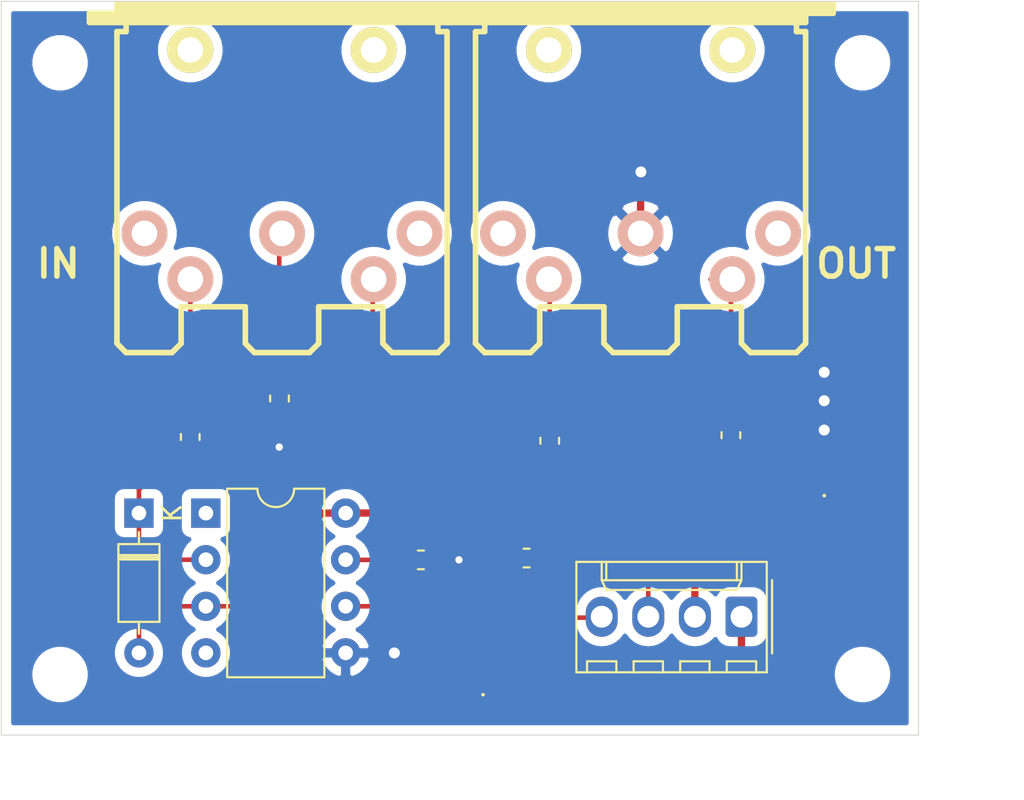
<source format=kicad_pcb>
(kicad_pcb (version 20171130) (host pcbnew 5.1.6-c6e7f7d~87~ubuntu18.04.1)

  (general
    (thickness 1.6)
    (drawings 8)
    (tracks 89)
    (zones 0)
    (modules 21)
    (nets 24)
  )

  (page A4)
  (title_block
    (title "MIDI 5V I/O circuit")
    (date 2020-08-26)
    (rev 0.8)
    (company 6r1d)
    (comment 1 "Currently untested, awaits DIN-5 sockets to check sizes and pins")
    (comment 2 "Based on a circuit by Notes and Volts and MIDI DIN electrical specification")
  )

  (layers
    (0 F.Cu signal)
    (31 B.Cu signal)
    (32 B.Adhes user)
    (33 F.Adhes user)
    (34 B.Paste user)
    (35 F.Paste user)
    (36 B.SilkS user)
    (37 F.SilkS user)
    (38 B.Mask user)
    (39 F.Mask user)
    (40 Dwgs.User user)
    (41 Cmts.User user)
    (42 Eco1.User user)
    (43 Eco2.User user)
    (44 Edge.Cuts user)
    (45 Margin user)
    (46 B.CrtYd user)
    (47 F.CrtYd user)
    (48 B.Fab user)
    (49 F.Fab user)
  )

  (setup
    (last_trace_width 0.25)
    (trace_clearance 0.2)
    (zone_clearance 0.508)
    (zone_45_only no)
    (trace_min 0.2)
    (via_size 0.8)
    (via_drill 0.4)
    (via_min_size 0.4)
    (via_min_drill 0.3)
    (uvia_size 0.3)
    (uvia_drill 0.1)
    (uvias_allowed no)
    (uvia_min_size 0.2)
    (uvia_min_drill 0.1)
    (edge_width 0.05)
    (segment_width 0.2)
    (pcb_text_width 0.3)
    (pcb_text_size 1.5 1.5)
    (mod_edge_width 0.12)
    (mod_text_size 1 1)
    (mod_text_width 0.15)
    (pad_size 2.6 2.6)
    (pad_drill 1.4)
    (pad_to_mask_clearance 0.05)
    (aux_axis_origin 0 0)
    (visible_elements FFFFFF7F)
    (pcbplotparams
      (layerselection 0x010fc_ffffffff)
      (usegerberextensions false)
      (usegerberattributes true)
      (usegerberadvancedattributes true)
      (creategerberjobfile true)
      (excludeedgelayer true)
      (linewidth 0.100000)
      (plotframeref false)
      (viasonmask false)
      (mode 1)
      (useauxorigin false)
      (hpglpennumber 1)
      (hpglpenspeed 20)
      (hpglpendiameter 15.000000)
      (psnegative false)
      (psa4output false)
      (plotreference true)
      (plotvalue true)
      (plotinvisibletext false)
      (padsonsilk false)
      (subtractmaskfromsilk false)
      (outputformat 4)
      (mirror true)
      (drillshape 0)
      (scaleselection 1)
      (outputdirectory ""))
  )

  (net 0 "")
  (net 1 "Net-(D1-Pad1)")
  (net 2 "Net-(D1-Pad2)")
  (net 3 "Net-(FB1-Pad1)")
  (net 4 "Net-(FB1-Pad2)")
  (net 5 "Net-(FB2-Pad2)")
  (net 6 "Net-(FB2-Pad1)")
  (net 7 "Net-(FB3-Pad1)")
  (net 8 "Net-(FB3-Pad2)")
  (net 9 "Net-(FB4-Pad2)")
  (net 10 "Net-(J_IN_1-Pad1)")
  (net 11 "Net-(C1-Pad1)")
  (net 12 "Net-(J_IN_1-Pad3)")
  (net 13 "Net-(J_OUT_1-Pad3)")
  (net 14 GND)
  (net 15 "Net-(J_OUT_1-Pad1)")
  (net 16 TX)
  (net 17 +5V)
  (net 18 RX)
  (net 19 "Net-(R5-Pad1)")
  (net 20 "Net-(U1-Pad1)")
  (net 21 "Net-(U1-Pad4)")
  (net 22 "Net-(D2-Pad2)")
  (net 23 "Net-(D3-Pad1)")

  (net_class Default "This is the default net class."
    (clearance 0.2)
    (trace_width 0.25)
    (via_dia 0.8)
    (via_drill 0.4)
    (uvia_dia 0.3)
    (uvia_drill 0.1)
    (add_net "Net-(C1-Pad1)")
    (add_net "Net-(D1-Pad1)")
    (add_net "Net-(D1-Pad2)")
    (add_net "Net-(FB1-Pad1)")
    (add_net "Net-(FB1-Pad2)")
    (add_net "Net-(FB2-Pad1)")
    (add_net "Net-(FB2-Pad2)")
    (add_net "Net-(FB3-Pad1)")
    (add_net "Net-(FB3-Pad2)")
    (add_net "Net-(FB4-Pad2)")
    (add_net "Net-(J_IN_1-Pad1)")
    (add_net "Net-(J_IN_1-Pad3)")
    (add_net "Net-(J_OUT_1-Pad1)")
    (add_net "Net-(J_OUT_1-Pad3)")
    (add_net "Net-(R5-Pad1)")
    (add_net "Net-(U1-Pad1)")
    (add_net "Net-(U1-Pad4)")
    (add_net RX)
    (add_net TX)
  )

  (net_class Fat ""
    (clearance 0.3)
    (trace_width 0.4)
    (via_dia 1)
    (via_drill 0.6)
    (uvia_dia 0.3)
    (uvia_drill 0.1)
    (add_net +5V)
    (add_net GND)
    (add_net "Net-(D2-Pad2)")
    (add_net "Net-(D3-Pad1)")
  )

  (module MountingHole:MountingHole_2mm (layer F.Cu) (tedit 5B924920) (tstamp 5F4686C7)
    (at 60.9308 50.765)
    (descr "Mounting Hole 2mm, no annular")
    (tags "mounting hole 2mm no annular")
    (path /5F482751)
    (attr virtual)
    (fp_text reference H4 (at 0 -3.2) (layer F.SilkS) hide
      (effects (font (size 1 1) (thickness 0.15)))
    )
    (fp_text value MountingHole_Pad (at 0 3.1) (layer F.Fab) hide
      (effects (font (size 1 1) (thickness 0.15)))
    )
    (fp_circle (center 0 0) (end 2.25 0) (layer F.CrtYd) (width 0.05))
    (fp_circle (center 0 0) (end 2 0) (layer Cmts.User) (width 0.15))
    (fp_text user %R (at 0.3 0) (layer F.Fab) hide
      (effects (font (size 1 1) (thickness 0.15)))
    )
    (pad "" np_thru_hole circle (at 0 0) (size 2 2) (drill 2) (layers *.Cu *.Mask))
  )

  (module w_conn_av:din-5 (layer F.Cu) (tedit 51C20EF5) (tstamp 5F468703)
    (at 48.8308 23.715 180)
    (descr "Din 5 (MIDI), Pro Signal P/N PSG03463")
    (path /5F448164)
    (fp_text reference J_OUT_1 (at 0 -13.3) (layer F.SilkS) hide
      (effects (font (size 1.524 1.524) (thickness 0.3048)))
    )
    (fp_text value DIN-5_180degree (at 0 -11.00074) (layer F.SilkS) hide
      (effects (font (size 1.524 1.524) (thickness 0.3048)))
    )
    (fp_line (start 10.50036 8.49884) (end 10.50036 8.99922) (layer F.SilkS) (width 0.3048))
    (fp_line (start -10.50036 9.4996) (end -10.50036 8.99922) (layer F.SilkS) (width 0.3048))
    (fp_line (start -8.49884 8.001) (end -8.49884 8.49884) (layer F.SilkS) (width 0.3048))
    (fp_line (start 8.49884 8.49884) (end 8.49884 8.001) (layer F.SilkS) (width 0.3048))
    (fp_line (start -8.99922 8.001) (end -8.49884 8.001) (layer F.SilkS) (width 0.3048))
    (fp_line (start 8.99922 8.001) (end 8.49884 8.001) (layer F.SilkS) (width 0.3048))
    (fp_line (start -8.99922 8.49884) (end 10.50036 8.49884) (layer F.SilkS) (width 0.3048))
    (fp_line (start -8.99922 8.99922) (end -8.99922 8.49884) (layer F.SilkS) (width 0.3048))
    (fp_line (start -10.50036 8.99922) (end -8.99922 8.99922) (layer F.SilkS) (width 0.3048))
    (fp_line (start 8.99922 9.4996) (end -10.50036 9.4996) (layer F.SilkS) (width 0.3048))
    (fp_line (start 8.99922 8.99922) (end 8.99922 9.4996) (layer F.SilkS) (width 0.3048))
    (fp_line (start 10.50036 8.99922) (end 8.99922 8.99922) (layer F.SilkS) (width 0.3048))
    (fp_line (start 1.99898 -8.99922) (end 1.99898 -7.00024) (layer F.SilkS) (width 0.3048))
    (fp_line (start 1.50114 -9.4996) (end 1.99898 -8.99922) (layer F.SilkS) (width 0.3048))
    (fp_line (start -1.50114 -9.4996) (end 1.50114 -9.4996) (layer F.SilkS) (width 0.3048))
    (fp_line (start -1.99898 -8.99922) (end -1.99898 -7.00024) (layer F.SilkS) (width 0.3048))
    (fp_line (start -1.50114 -9.4996) (end -1.99898 -8.99922) (layer F.SilkS) (width 0.3048))
    (fp_line (start 5.4991 -7.00024) (end 1.99898 -7.00024) (layer F.SilkS) (width 0.3048))
    (fp_line (start 5.4991 -8.99922) (end 5.4991 -7.00024) (layer F.SilkS) (width 0.3048))
    (fp_line (start 5.99948 -9.4996) (end 5.4991 -8.99922) (layer F.SilkS) (width 0.3048))
    (fp_line (start 6.49986 -9.4996) (end 5.99948 -9.4996) (layer F.SilkS) (width 0.3048))
    (fp_line (start 8.49884 -9.4996) (end 6.49986 -9.4996) (layer F.SilkS) (width 0.3048))
    (fp_line (start 8.99922 -8.99922) (end 8.49884 -9.4996) (layer F.SilkS) (width 0.3048))
    (fp_line (start 8.99922 -8.99922) (end 8.99922 8.001) (layer F.SilkS) (width 0.3048))
    (fp_line (start -5.4991 -7.00024) (end -1.99898 -7.00024) (layer F.SilkS) (width 0.3048))
    (fp_line (start -5.4991 -8.99922) (end -5.4991 -7.00024) (layer F.SilkS) (width 0.3048))
    (fp_line (start -5.99948 -9.4996) (end -5.4991 -8.99922) (layer F.SilkS) (width 0.3048))
    (fp_line (start -8.49884 -9.4996) (end -5.99948 -9.4996) (layer F.SilkS) (width 0.3048))
    (fp_line (start -8.99922 -8.99922) (end -8.49884 -9.4996) (layer F.SilkS) (width 0.3048))
    (fp_line (start -8.99922 -8.99922) (end -8.99922 8.001) (layer F.SilkS) (width 0.3048))
    (fp_line (start -10.50036 9.25068) (end 8.99922 9.25068) (layer F.SilkS) (width 0.3048))
    (fp_line (start 8.99922 8.99922) (end -8.99922 8.99922) (layer F.SilkS) (width 0.3048))
    (fp_line (start -8.99922 8.7503) (end 10.50036 8.7503) (layer F.SilkS) (width 0.3048))
    (pad 3 thru_hole circle (at -7.49808 -2.9972 180) (size 2.49936 2.49936) (drill 1.397) (layers *.Cu *.SilkS *.Mask)
      (net 13 "Net-(J_OUT_1-Pad3)"))
    (pad 4 thru_hole circle (at 4.99618 -5.4991 180) (size 2.49936 2.49936) (drill 1.397) (layers *.Cu *.SilkS *.Mask)
      (net 5 "Net-(FB2-Pad2)"))
    (pad 2 thru_hole circle (at 0 -2.99974 180) (size 2.49936 2.49936) (drill 1.397) (layers *.Cu *.SilkS *.Mask)
      (net 14 GND))
    (pad 1 thru_hole circle (at 7.49808 -2.9972 180) (size 2.49936 2.49936) (drill 1.397) (layers *.Cu *.SilkS *.Mask)
      (net 15 "Net-(J_OUT_1-Pad1)"))
    (pad 5 thru_hole circle (at -4.99618 -5.4991 180) (size 2.49936 2.49936) (drill 1.397) (layers *.Cu *.SilkS *.Mask)
      (net 3 "Net-(FB1-Pad1)"))
    (pad "" np_thru_hole circle (at 5.00126 6.9977 180) (size 2.49936 2.49936) (drill 1.397) (layers *.Cu *.Mask F.SilkS))
    (pad "" np_thru_hole circle (at -5.00126 6.9977 180) (size 2.49936 2.49936) (drill 1.397) (layers *.Cu *.Mask F.SilkS))
    (model walter/conn_av/din-5.wrl
      (at (xyz 0 0 0))
      (scale (xyz 1 1 1))
      (rotate (xyz 0 0 0))
    )
  )

  (module Connector_Molex:Molex_KK-254_AE-6410-04A_1x04_P2.54mm_Vertical (layer F.Cu) (tedit 5EA53D3B) (tstamp 5F468634)
    (at 54.3308 47.615 180)
    (descr "Molex KK-254 Interconnect System, old/engineering part number: AE-6410-04A example for new part number: 22-27-2041, 4 Pins (http://www.molex.com/pdm_docs/sd/022272021_sd.pdf), generated with kicad-footprint-generator")
    (tags "connector Molex KK-254 vertical")
    (path /5F4756C5)
    (fp_text reference J1 (at 3.81 -4.12) (layer F.SilkS) hide
      (effects (font (size 1 1) (thickness 0.15)))
    )
    (fp_text value Conn_01x04 (at 3.81 4.08) (layer F.Fab) hide
      (effects (font (size 1 1) (thickness 0.15)))
    )
    (fp_line (start -1.27 -2.92) (end -1.27 2.88) (layer F.Fab) (width 0.1))
    (fp_line (start -1.27 2.88) (end 8.89 2.88) (layer F.Fab) (width 0.1))
    (fp_line (start 8.89 2.88) (end 8.89 -2.92) (layer F.Fab) (width 0.1))
    (fp_line (start 8.89 -2.92) (end -1.27 -2.92) (layer F.Fab) (width 0.1))
    (fp_line (start -1.38 -3.03) (end -1.38 2.99) (layer F.SilkS) (width 0.12))
    (fp_line (start -1.38 2.99) (end 9 2.99) (layer F.SilkS) (width 0.12))
    (fp_line (start 9 2.99) (end 9 -3.03) (layer F.SilkS) (width 0.12))
    (fp_line (start 9 -3.03) (end -1.38 -3.03) (layer F.SilkS) (width 0.12))
    (fp_line (start -1.67 -2) (end -1.67 2) (layer F.SilkS) (width 0.12))
    (fp_line (start -1.27 -0.5) (end -0.562893 0) (layer F.Fab) (width 0.1))
    (fp_line (start -0.562893 0) (end -1.27 0.5) (layer F.Fab) (width 0.1))
    (fp_line (start 0 2.99) (end 0 1.99) (layer F.SilkS) (width 0.12))
    (fp_line (start 0 1.99) (end 7.62 1.99) (layer F.SilkS) (width 0.12))
    (fp_line (start 7.62 1.99) (end 7.62 2.99) (layer F.SilkS) (width 0.12))
    (fp_line (start 0 1.99) (end 0.25 1.46) (layer F.SilkS) (width 0.12))
    (fp_line (start 0.25 1.46) (end 7.37 1.46) (layer F.SilkS) (width 0.12))
    (fp_line (start 7.37 1.46) (end 7.62 1.99) (layer F.SilkS) (width 0.12))
    (fp_line (start 0.25 2.99) (end 0.25 1.99) (layer F.SilkS) (width 0.12))
    (fp_line (start 7.37 2.99) (end 7.37 1.99) (layer F.SilkS) (width 0.12))
    (fp_line (start -0.8 -3.03) (end -0.8 -2.43) (layer F.SilkS) (width 0.12))
    (fp_line (start -0.8 -2.43) (end 0.8 -2.43) (layer F.SilkS) (width 0.12))
    (fp_line (start 0.8 -2.43) (end 0.8 -3.03) (layer F.SilkS) (width 0.12))
    (fp_line (start 1.74 -3.03) (end 1.74 -2.43) (layer F.SilkS) (width 0.12))
    (fp_line (start 1.74 -2.43) (end 3.34 -2.43) (layer F.SilkS) (width 0.12))
    (fp_line (start 3.34 -2.43) (end 3.34 -3.03) (layer F.SilkS) (width 0.12))
    (fp_line (start 4.28 -3.03) (end 4.28 -2.43) (layer F.SilkS) (width 0.12))
    (fp_line (start 4.28 -2.43) (end 5.88 -2.43) (layer F.SilkS) (width 0.12))
    (fp_line (start 5.88 -2.43) (end 5.88 -3.03) (layer F.SilkS) (width 0.12))
    (fp_line (start 6.82 -3.03) (end 6.82 -2.43) (layer F.SilkS) (width 0.12))
    (fp_line (start 6.82 -2.43) (end 8.42 -2.43) (layer F.SilkS) (width 0.12))
    (fp_line (start 8.42 -2.43) (end 8.42 -3.03) (layer F.SilkS) (width 0.12))
    (fp_line (start -1.77 -3.42) (end -1.77 3.38) (layer F.CrtYd) (width 0.05))
    (fp_line (start -1.77 3.38) (end 9.39 3.38) (layer F.CrtYd) (width 0.05))
    (fp_line (start 9.39 3.38) (end 9.39 -3.42) (layer F.CrtYd) (width 0.05))
    (fp_line (start 9.39 -3.42) (end -1.77 -3.42) (layer F.CrtYd) (width 0.05))
    (fp_text user %R (at 3.81 -2.22) (layer F.Fab)
      (effects (font (size 1 1) (thickness 0.15)))
    )
    (pad 1 thru_hole roundrect (at 0 0 180) (size 1.74 2.19) (drill 1.19) (layers *.Cu *.Mask) (roundrect_rratio 0.143678)
      (net 22 "Net-(D2-Pad2)"))
    (pad 2 thru_hole oval (at 2.54 0 180) (size 1.74 2.19) (drill 1.19) (layers *.Cu *.Mask)
      (net 23 "Net-(D3-Pad1)"))
    (pad 3 thru_hole oval (at 5.08 0 180) (size 1.74 2.19) (drill 1.19) (layers *.Cu *.Mask)
      (net 16 TX))
    (pad 4 thru_hole oval (at 7.62 0 180) (size 1.74 2.19) (drill 1.19) (layers *.Cu *.Mask)
      (net 18 RX))
    (model ${KISYS3DMOD}/Connector_Molex.3dshapes/Molex_KK-254_AE-6410-04A_1x04_P2.54mm_Vertical.wrl
      (at (xyz 0 0 0))
      (scale (xyz 1 1 1))
      (rotate (xyz 0 0 0))
    )
  )

  (module Diode_THT:D_DO-35_SOD27_P7.62mm_Horizontal (layer F.Cu) (tedit 5AE50CD5) (tstamp 5F4682C1)
    (at 21.4808 41.965 270)
    (descr "Diode, DO-35_SOD27 series, Axial, Horizontal, pin pitch=7.62mm, , length*diameter=4*2mm^2, , http://www.diodes.com/_files/packages/DO-35.pdf")
    (tags "Diode DO-35_SOD27 series Axial Horizontal pin pitch 7.62mm  length 4mm diameter 2mm")
    (path /5F431E0C)
    (fp_text reference D1 (at 3.81 -2.12 90) (layer F.SilkS) hide
      (effects (font (size 1 1) (thickness 0.15)))
    )
    (fp_text value 1N914 (at 3.81 2.12 90) (layer F.Fab) hide
      (effects (font (size 1 1) (thickness 0.15)))
    )
    (fp_line (start 1.81 -1) (end 1.81 1) (layer F.Fab) (width 0.1))
    (fp_line (start 1.81 1) (end 5.81 1) (layer F.Fab) (width 0.1))
    (fp_line (start 5.81 1) (end 5.81 -1) (layer F.Fab) (width 0.1))
    (fp_line (start 5.81 -1) (end 1.81 -1) (layer F.Fab) (width 0.1))
    (fp_line (start 0 0) (end 1.81 0) (layer F.Fab) (width 0.1))
    (fp_line (start 7.62 0) (end 5.81 0) (layer F.Fab) (width 0.1))
    (fp_line (start 2.41 -1) (end 2.41 1) (layer F.Fab) (width 0.1))
    (fp_line (start 2.51 -1) (end 2.51 1) (layer F.Fab) (width 0.1))
    (fp_line (start 2.31 -1) (end 2.31 1) (layer F.Fab) (width 0.1))
    (fp_line (start 1.69 -1.12) (end 1.69 1.12) (layer F.SilkS) (width 0.12))
    (fp_line (start 1.69 1.12) (end 5.93 1.12) (layer F.SilkS) (width 0.12))
    (fp_line (start 5.93 1.12) (end 5.93 -1.12) (layer F.SilkS) (width 0.12))
    (fp_line (start 5.93 -1.12) (end 1.69 -1.12) (layer F.SilkS) (width 0.12))
    (fp_line (start 1.04 0) (end 1.69 0) (layer F.SilkS) (width 0.12))
    (fp_line (start 6.58 0) (end 5.93 0) (layer F.SilkS) (width 0.12))
    (fp_line (start 2.41 -1.12) (end 2.41 1.12) (layer F.SilkS) (width 0.12))
    (fp_line (start 2.53 -1.12) (end 2.53 1.12) (layer F.SilkS) (width 0.12))
    (fp_line (start 2.29 -1.12) (end 2.29 1.12) (layer F.SilkS) (width 0.12))
    (fp_line (start -1.05 -1.25) (end -1.05 1.25) (layer F.CrtYd) (width 0.05))
    (fp_line (start -1.05 1.25) (end 8.67 1.25) (layer F.CrtYd) (width 0.05))
    (fp_line (start 8.67 1.25) (end 8.67 -1.25) (layer F.CrtYd) (width 0.05))
    (fp_line (start 8.67 -1.25) (end -1.05 -1.25) (layer F.CrtYd) (width 0.05))
    (fp_text user %R (at 4.11 0 90) (layer F.Fab)
      (effects (font (size 0.8 0.8) (thickness 0.12)))
    )
    (fp_text user K (at 0 -1.8 90) (layer F.Fab) hide
      (effects (font (size 1 1) (thickness 0.15)))
    )
    (fp_text user K (at 0 -1.8 90) (layer F.SilkS)
      (effects (font (size 1 1) (thickness 0.15)))
    )
    (pad 1 thru_hole rect (at 0 0 270) (size 1.6 1.6) (drill 0.8) (layers *.Cu *.Mask)
      (net 1 "Net-(D1-Pad1)"))
    (pad 2 thru_hole oval (at 7.62 0 270) (size 1.6 1.6) (drill 0.8) (layers *.Cu *.Mask)
      (net 2 "Net-(D1-Pad2)"))
    (model ${KISYS3DMOD}/Diode_THT.3dshapes/D_DO-35_SOD27_P7.62mm_Horizontal.wrl
      (at (xyz 0 0 0))
      (scale (xyz 1 1 1))
      (rotate (xyz 0 0 0))
    )
  )

  (module Inductor_SMD:L_0402_1005Metric (layer F.Cu) (tedit 5B301BBE) (tstamp 5F468287)
    (at 53.7554 35.02864 270)
    (descr "Inductor SMD 0402 (1005 Metric), square (rectangular) end terminal, IPC_7351 nominal, (Body size source: http://www.tortai-tech.com/upload/download/2011102023233369053.pdf), generated with kicad-footprint-generator")
    (tags inductor)
    (path /5F4D0281)
    (attr smd)
    (fp_text reference FB1 (at 0 -1.17 90) (layer F.SilkS) hide
      (effects (font (size 1 1) (thickness 0.15)))
    )
    (fp_text value "1k 100mHz" (at 0 1.17 90) (layer F.Fab) hide
      (effects (font (size 1 1) (thickness 0.15)))
    )
    (fp_line (start 0.93 0.47) (end -0.93 0.47) (layer F.CrtYd) (width 0.05))
    (fp_line (start 0.93 -0.47) (end 0.93 0.47) (layer F.CrtYd) (width 0.05))
    (fp_line (start -0.93 -0.47) (end 0.93 -0.47) (layer F.CrtYd) (width 0.05))
    (fp_line (start -0.93 0.47) (end -0.93 -0.47) (layer F.CrtYd) (width 0.05))
    (fp_line (start 0.5 0.25) (end -0.5 0.25) (layer F.Fab) (width 0.1))
    (fp_line (start 0.5 -0.25) (end 0.5 0.25) (layer F.Fab) (width 0.1))
    (fp_line (start -0.5 -0.25) (end 0.5 -0.25) (layer F.Fab) (width 0.1))
    (fp_line (start -0.5 0.25) (end -0.5 -0.25) (layer F.Fab) (width 0.1))
    (fp_text user %R (at 0 0 90) (layer F.Fab)
      (effects (font (size 0.25 0.25) (thickness 0.04)))
    )
    (pad 2 smd roundrect (at 0.485 0 270) (size 0.59 0.64) (layers F.Cu F.Paste F.Mask) (roundrect_rratio 0.25)
      (net 4 "Net-(FB1-Pad2)"))
    (pad 1 smd roundrect (at -0.485 0 270) (size 0.59 0.64) (layers F.Cu F.Paste F.Mask) (roundrect_rratio 0.25)
      (net 3 "Net-(FB1-Pad1)"))
    (model ${KISYS3DMOD}/Inductor_SMD.3dshapes/L_0402_1005Metric.wrl
      (at (xyz 0 0 0))
      (scale (xyz 1 1 1))
      (rotate (xyz 0 0 0))
    )
  )

  (module Inductor_SMD:L_0402_1005Metric (layer F.Cu) (tedit 5B301BBE) (tstamp 5F46BCB2)
    (at 43.8732 35.02864 90)
    (descr "Inductor SMD 0402 (1005 Metric), square (rectangular) end terminal, IPC_7351 nominal, (Body size source: http://www.tortai-tech.com/upload/download/2011102023233369053.pdf), generated with kicad-footprint-generator")
    (tags inductor)
    (path /5F4FFCFE)
    (attr smd)
    (fp_text reference FB2 (at -2.015 0.5 90) (layer F.SilkS) hide
      (effects (font (size 1 1) (thickness 0.15)))
    )
    (fp_text value "1k 100mHz" (at 0 1.17 90) (layer F.Fab) hide
      (effects (font (size 1 1) (thickness 0.15)))
    )
    (fp_line (start -0.5 0.25) (end -0.5 -0.25) (layer F.Fab) (width 0.1))
    (fp_line (start -0.5 -0.25) (end 0.5 -0.25) (layer F.Fab) (width 0.1))
    (fp_line (start 0.5 -0.25) (end 0.5 0.25) (layer F.Fab) (width 0.1))
    (fp_line (start 0.5 0.25) (end -0.5 0.25) (layer F.Fab) (width 0.1))
    (fp_line (start -0.93 0.47) (end -0.93 -0.47) (layer F.CrtYd) (width 0.05))
    (fp_line (start -0.93 -0.47) (end 0.93 -0.47) (layer F.CrtYd) (width 0.05))
    (fp_line (start 0.93 -0.47) (end 0.93 0.47) (layer F.CrtYd) (width 0.05))
    (fp_line (start 0.93 0.47) (end -0.93 0.47) (layer F.CrtYd) (width 0.05))
    (fp_text user %R (at 0 0 90) (layer F.Fab)
      (effects (font (size 0.25 0.25) (thickness 0.04)))
    )
    (pad 1 smd roundrect (at -0.485 0 90) (size 0.59 0.64) (layers F.Cu F.Paste F.Mask) (roundrect_rratio 0.25)
      (net 6 "Net-(FB2-Pad1)"))
    (pad 2 smd roundrect (at 0.485 0 90) (size 0.59 0.64) (layers F.Cu F.Paste F.Mask) (roundrect_rratio 0.25)
      (net 5 "Net-(FB2-Pad2)"))
    (model ${KISYS3DMOD}/Inductor_SMD.3dshapes/L_0402_1005Metric.wrl
      (at (xyz 0 0 0))
      (scale (xyz 1 1 1))
      (rotate (xyz 0 0 0))
    )
  )

  (module Inductor_SMD:L_0402_1005Metric (layer F.Cu) (tedit 5B301BBE) (tstamp 5F468227)
    (at 24.2837 35.02864 90)
    (descr "Inductor SMD 0402 (1005 Metric), square (rectangular) end terminal, IPC_7351 nominal, (Body size source: http://www.tortai-tech.com/upload/download/2011102023233369053.pdf), generated with kicad-footprint-generator")
    (tags inductor)
    (path /5F543F15)
    (attr smd)
    (fp_text reference FB3 (at -4 1.5 90) (layer F.SilkS) hide
      (effects (font (size 1 1) (thickness 0.15)))
    )
    (fp_text value "1k 100mHz" (at 0 1.17 90) (layer F.Fab) hide
      (effects (font (size 1 1) (thickness 0.15)))
    )
    (fp_line (start -0.5 0.25) (end -0.5 -0.25) (layer F.Fab) (width 0.1))
    (fp_line (start -0.5 -0.25) (end 0.5 -0.25) (layer F.Fab) (width 0.1))
    (fp_line (start 0.5 -0.25) (end 0.5 0.25) (layer F.Fab) (width 0.1))
    (fp_line (start 0.5 0.25) (end -0.5 0.25) (layer F.Fab) (width 0.1))
    (fp_line (start -0.93 0.47) (end -0.93 -0.47) (layer F.CrtYd) (width 0.05))
    (fp_line (start -0.93 -0.47) (end 0.93 -0.47) (layer F.CrtYd) (width 0.05))
    (fp_line (start 0.93 -0.47) (end 0.93 0.47) (layer F.CrtYd) (width 0.05))
    (fp_line (start 0.93 0.47) (end -0.93 0.47) (layer F.CrtYd) (width 0.05))
    (fp_text user %R (at 0 0 90) (layer F.Fab)
      (effects (font (size 0.25 0.25) (thickness 0.04)))
    )
    (pad 1 smd roundrect (at -0.485 0 90) (size 0.59 0.64) (layers F.Cu F.Paste F.Mask) (roundrect_rratio 0.25)
      (net 7 "Net-(FB3-Pad1)"))
    (pad 2 smd roundrect (at 0.485 0 90) (size 0.59 0.64) (layers F.Cu F.Paste F.Mask) (roundrect_rratio 0.25)
      (net 8 "Net-(FB3-Pad2)"))
    (model ${KISYS3DMOD}/Inductor_SMD.3dshapes/L_0402_1005Metric.wrl
      (at (xyz 0 0 0))
      (scale (xyz 1 1 1))
      (rotate (xyz 0 0 0))
    )
  )

  (module Inductor_SMD:L_0402_1005Metric (layer F.Cu) (tedit 5B301BBE) (tstamp 5F46838F)
    (at 34.2265 35.02864 90)
    (descr "Inductor SMD 0402 (1005 Metric), square (rectangular) end terminal, IPC_7351 nominal, (Body size source: http://www.tortai-tech.com/upload/download/2011102023233369053.pdf), generated with kicad-footprint-generator")
    (tags inductor)
    (path /5F55D3AA)
    (attr smd)
    (fp_text reference FB4 (at 0 -1.17 90) (layer F.SilkS) hide
      (effects (font (size 1 1) (thickness 0.15)))
    )
    (fp_text value "1k 100mHz" (at 0 1.17 90) (layer F.Fab) hide
      (effects (font (size 1 1) (thickness 0.15)))
    )
    (fp_line (start 0.93 0.47) (end -0.93 0.47) (layer F.CrtYd) (width 0.05))
    (fp_line (start 0.93 -0.47) (end 0.93 0.47) (layer F.CrtYd) (width 0.05))
    (fp_line (start -0.93 -0.47) (end 0.93 -0.47) (layer F.CrtYd) (width 0.05))
    (fp_line (start -0.93 0.47) (end -0.93 -0.47) (layer F.CrtYd) (width 0.05))
    (fp_line (start 0.5 0.25) (end -0.5 0.25) (layer F.Fab) (width 0.1))
    (fp_line (start 0.5 -0.25) (end 0.5 0.25) (layer F.Fab) (width 0.1))
    (fp_line (start -0.5 -0.25) (end 0.5 -0.25) (layer F.Fab) (width 0.1))
    (fp_line (start -0.5 0.25) (end -0.5 -0.25) (layer F.Fab) (width 0.1))
    (fp_text user %R (at 0 0 90) (layer F.Fab)
      (effects (font (size 0.25 0.25) (thickness 0.04)))
    )
    (pad 2 smd roundrect (at 0.485 0 90) (size 0.59 0.64) (layers F.Cu F.Paste F.Mask) (roundrect_rratio 0.25)
      (net 9 "Net-(FB4-Pad2)"))
    (pad 1 smd roundrect (at -0.485 0 90) (size 0.59 0.64) (layers F.Cu F.Paste F.Mask) (roundrect_rratio 0.25)
      (net 2 "Net-(D1-Pad2)"))
    (model ${KISYS3DMOD}/Inductor_SMD.3dshapes/L_0402_1005Metric.wrl
      (at (xyz 0 0 0))
      (scale (xyz 1 1 1))
      (rotate (xyz 0 0 0))
    )
  )

  (module w_conn_av:din-5 (layer F.Cu) (tedit 51C20EF5) (tstamp 5F46832B)
    (at 29.2808 23.715 180)
    (descr "Din 5 (MIDI), Pro Signal P/N PSG03463")
    (path /5F458A90)
    (fp_text reference J_IN_1 (at 0 -13.1) (layer F.SilkS) hide
      (effects (font (size 1.524 1.524) (thickness 0.3048)))
    )
    (fp_text value DIN-5_180degree (at 1.9 -14.1) (layer F.SilkS) hide
      (effects (font (size 1.524 1.524) (thickness 0.3048)))
    )
    (fp_line (start -8.99922 8.7503) (end 10.50036 8.7503) (layer F.SilkS) (width 0.3048))
    (fp_line (start 8.99922 8.99922) (end -8.99922 8.99922) (layer F.SilkS) (width 0.3048))
    (fp_line (start -10.50036 9.25068) (end 8.99922 9.25068) (layer F.SilkS) (width 0.3048))
    (fp_line (start -8.99922 -8.99922) (end -8.99922 8.001) (layer F.SilkS) (width 0.3048))
    (fp_line (start -8.99922 -8.99922) (end -8.49884 -9.4996) (layer F.SilkS) (width 0.3048))
    (fp_line (start -8.49884 -9.4996) (end -5.99948 -9.4996) (layer F.SilkS) (width 0.3048))
    (fp_line (start -5.99948 -9.4996) (end -5.4991 -8.99922) (layer F.SilkS) (width 0.3048))
    (fp_line (start -5.4991 -8.99922) (end -5.4991 -7.00024) (layer F.SilkS) (width 0.3048))
    (fp_line (start -5.4991 -7.00024) (end -1.99898 -7.00024) (layer F.SilkS) (width 0.3048))
    (fp_line (start 8.99922 -8.99922) (end 8.99922 8.001) (layer F.SilkS) (width 0.3048))
    (fp_line (start 8.99922 -8.99922) (end 8.49884 -9.4996) (layer F.SilkS) (width 0.3048))
    (fp_line (start 8.49884 -9.4996) (end 6.49986 -9.4996) (layer F.SilkS) (width 0.3048))
    (fp_line (start 6.49986 -9.4996) (end 5.99948 -9.4996) (layer F.SilkS) (width 0.3048))
    (fp_line (start 5.99948 -9.4996) (end 5.4991 -8.99922) (layer F.SilkS) (width 0.3048))
    (fp_line (start 5.4991 -8.99922) (end 5.4991 -7.00024) (layer F.SilkS) (width 0.3048))
    (fp_line (start 5.4991 -7.00024) (end 1.99898 -7.00024) (layer F.SilkS) (width 0.3048))
    (fp_line (start -1.50114 -9.4996) (end -1.99898 -8.99922) (layer F.SilkS) (width 0.3048))
    (fp_line (start -1.99898 -8.99922) (end -1.99898 -7.00024) (layer F.SilkS) (width 0.3048))
    (fp_line (start -1.50114 -9.4996) (end 1.50114 -9.4996) (layer F.SilkS) (width 0.3048))
    (fp_line (start 1.50114 -9.4996) (end 1.99898 -8.99922) (layer F.SilkS) (width 0.3048))
    (fp_line (start 1.99898 -8.99922) (end 1.99898 -7.00024) (layer F.SilkS) (width 0.3048))
    (fp_line (start 10.50036 8.99922) (end 8.99922 8.99922) (layer F.SilkS) (width 0.3048))
    (fp_line (start 8.99922 8.99922) (end 8.99922 9.4996) (layer F.SilkS) (width 0.3048))
    (fp_line (start 8.99922 9.4996) (end -10.50036 9.4996) (layer F.SilkS) (width 0.3048))
    (fp_line (start -10.50036 8.99922) (end -8.99922 8.99922) (layer F.SilkS) (width 0.3048))
    (fp_line (start -8.99922 8.99922) (end -8.99922 8.49884) (layer F.SilkS) (width 0.3048))
    (fp_line (start -8.99922 8.49884) (end 10.50036 8.49884) (layer F.SilkS) (width 0.3048))
    (fp_line (start 8.99922 8.001) (end 8.49884 8.001) (layer F.SilkS) (width 0.3048))
    (fp_line (start -8.99922 8.001) (end -8.49884 8.001) (layer F.SilkS) (width 0.3048))
    (fp_line (start 8.49884 8.49884) (end 8.49884 8.001) (layer F.SilkS) (width 0.3048))
    (fp_line (start -8.49884 8.001) (end -8.49884 8.49884) (layer F.SilkS) (width 0.3048))
    (fp_line (start -10.50036 9.4996) (end -10.50036 8.99922) (layer F.SilkS) (width 0.3048))
    (fp_line (start 10.50036 8.49884) (end 10.50036 8.99922) (layer F.SilkS) (width 0.3048))
    (pad "" np_thru_hole circle (at -5.00126 6.9977 180) (size 2.49936 2.49936) (drill 1.397) (layers *.Cu *.Mask F.SilkS))
    (pad "" np_thru_hole circle (at 5.00126 6.9977 180) (size 2.49936 2.49936) (drill 1.397) (layers *.Cu *.Mask F.SilkS))
    (pad 5 thru_hole circle (at -4.99618 -5.4991 180) (size 2.49936 2.49936) (drill 1.397) (layers *.Cu *.SilkS *.Mask)
      (net 9 "Net-(FB4-Pad2)"))
    (pad 1 thru_hole circle (at 7.49808 -2.9972 180) (size 2.49936 2.49936) (drill 1.397) (layers *.Cu *.SilkS *.Mask)
      (net 10 "Net-(J_IN_1-Pad1)"))
    (pad 2 thru_hole circle (at 0 -2.99974 180) (size 2.49936 2.49936) (drill 1.397) (layers *.Cu *.SilkS *.Mask)
      (net 11 "Net-(C1-Pad1)"))
    (pad 4 thru_hole circle (at 4.99618 -5.4991 180) (size 2.49936 2.49936) (drill 1.397) (layers *.Cu *.SilkS *.Mask)
      (net 8 "Net-(FB3-Pad2)"))
    (pad 3 thru_hole circle (at -7.49808 -2.9972 180) (size 2.49936 2.49936) (drill 1.397) (layers *.Cu *.SilkS *.Mask)
      (net 12 "Net-(J_IN_1-Pad3)"))
    (model walter/conn_av/din-5.wrl
      (at (xyz 0 0 0))
      (scale (xyz 1 1 1))
      (rotate (xyz 0 0 0))
    )
  )

  (module Package_DIP:DIP-8_W7.62mm (layer F.Cu) (tedit 5A02E8C5) (tstamp 5F46842F)
    (at 25.1308 41.965)
    (descr "8-lead though-hole mounted DIP package, row spacing 7.62 mm (300 mils)")
    (tags "THT DIP DIL PDIP 2.54mm 7.62mm 300mil")
    (path /5F43292B)
    (fp_text reference U1 (at 3.81 -2.33) (layer F.SilkS) hide
      (effects (font (size 1 1) (thickness 0.15)))
    )
    (fp_text value 6N138 (at 3.81 9.95) (layer F.Fab) hide
      (effects (font (size 1 1) (thickness 0.15)))
    )
    (fp_line (start 1.635 -1.27) (end 6.985 -1.27) (layer F.Fab) (width 0.1))
    (fp_line (start 6.985 -1.27) (end 6.985 8.89) (layer F.Fab) (width 0.1))
    (fp_line (start 6.985 8.89) (end 0.635 8.89) (layer F.Fab) (width 0.1))
    (fp_line (start 0.635 8.89) (end 0.635 -0.27) (layer F.Fab) (width 0.1))
    (fp_line (start 0.635 -0.27) (end 1.635 -1.27) (layer F.Fab) (width 0.1))
    (fp_line (start 2.81 -1.33) (end 1.16 -1.33) (layer F.SilkS) (width 0.12))
    (fp_line (start 1.16 -1.33) (end 1.16 8.95) (layer F.SilkS) (width 0.12))
    (fp_line (start 1.16 8.95) (end 6.46 8.95) (layer F.SilkS) (width 0.12))
    (fp_line (start 6.46 8.95) (end 6.46 -1.33) (layer F.SilkS) (width 0.12))
    (fp_line (start 6.46 -1.33) (end 4.81 -1.33) (layer F.SilkS) (width 0.12))
    (fp_line (start -1.1 -1.55) (end -1.1 9.15) (layer F.CrtYd) (width 0.05))
    (fp_line (start -1.1 9.15) (end 8.7 9.15) (layer F.CrtYd) (width 0.05))
    (fp_line (start 8.7 9.15) (end 8.7 -1.55) (layer F.CrtYd) (width 0.05))
    (fp_line (start 8.7 -1.55) (end -1.1 -1.55) (layer F.CrtYd) (width 0.05))
    (fp_arc (start 3.81 -1.33) (end 2.81 -1.33) (angle -180) (layer F.SilkS) (width 0.12))
    (fp_text user %R (at 3.81 3.81) (layer F.Fab)
      (effects (font (size 1 1) (thickness 0.15)))
    )
    (pad 1 thru_hole rect (at 0 0) (size 1.6 1.6) (drill 0.8) (layers *.Cu *.Mask)
      (net 20 "Net-(U1-Pad1)"))
    (pad 5 thru_hole oval (at 7.62 7.62) (size 1.6 1.6) (drill 0.8) (layers *.Cu *.Mask)
      (net 14 GND))
    (pad 2 thru_hole oval (at 0 2.54) (size 1.6 1.6) (drill 0.8) (layers *.Cu *.Mask)
      (net 1 "Net-(D1-Pad1)"))
    (pad 6 thru_hole oval (at 7.62 5.08) (size 1.6 1.6) (drill 0.8) (layers *.Cu *.Mask)
      (net 18 RX))
    (pad 3 thru_hole oval (at 0 5.08) (size 1.6 1.6) (drill 0.8) (layers *.Cu *.Mask)
      (net 2 "Net-(D1-Pad2)"))
    (pad 7 thru_hole oval (at 7.62 2.54) (size 1.6 1.6) (drill 0.8) (layers *.Cu *.Mask)
      (net 19 "Net-(R5-Pad1)"))
    (pad 4 thru_hole oval (at 0 7.62) (size 1.6 1.6) (drill 0.8) (layers *.Cu *.Mask)
      (net 21 "Net-(U1-Pad4)"))
    (pad 8 thru_hole oval (at 7.62 0) (size 1.6 1.6) (drill 0.8) (layers *.Cu *.Mask)
      (net 17 +5V))
    (model ${KISYS3DMOD}/Package_DIP.3dshapes/DIP-8_W7.62mm.wrl
      (at (xyz 0 0 0))
      (scale (xyz 1 1 1))
      (rotate (xyz 0 0 0))
    )
  )

  (module MountingHole:MountingHole_2mm (layer F.Cu) (tedit 5B924920) (tstamp 5F4683B8)
    (at 17.1808 17.415)
    (descr "Mounting Hole 2mm, no annular")
    (tags "mounting hole 2mm no annular")
    (path /5F48178A)
    (attr virtual)
    (fp_text reference H1 (at 0 -3.2) (layer F.SilkS) hide
      (effects (font (size 1 1) (thickness 0.15)))
    )
    (fp_text value MountingHole_Pad (at 0 3.1) (layer F.Fab) hide
      (effects (font (size 1 1) (thickness 0.15)))
    )
    (fp_circle (center 0 0) (end 2.25 0) (layer F.CrtYd) (width 0.05))
    (fp_circle (center 0 0) (end 2 0) (layer Cmts.User) (width 0.15))
    (fp_text user %R (at 0.3 0) (layer F.Fab) hide
      (effects (font (size 1 1) (thickness 0.15)))
    )
    (pad "" np_thru_hole circle (at 0 0) (size 2 2) (drill 2) (layers *.Cu *.Mask))
  )

  (module MountingHole:MountingHole_2mm (layer F.Cu) (tedit 5B924920) (tstamp 5F4683CD)
    (at 17.1808 50.765)
    (descr "Mounting Hole 2mm, no annular")
    (tags "mounting hole 2mm no annular")
    (path /5F4823C3)
    (attr virtual)
    (fp_text reference H2 (at 0 -3.2) (layer F.SilkS) hide
      (effects (font (size 1 1) (thickness 0.15)))
    )
    (fp_text value MountingHole_Pad (at 0 3.1) (layer F.Fab) hide
      (effects (font (size 1 1) (thickness 0.15)))
    )
    (fp_circle (center 0 0) (end 2 0) (layer Cmts.User) (width 0.15))
    (fp_circle (center 0 0) (end 2.25 0) (layer F.CrtYd) (width 0.05))
    (fp_text user %R (at 0.3 0) (layer F.Fab) hide
      (effects (font (size 1 1) (thickness 0.15)))
    )
    (pad "" np_thru_hole circle (at 0 0) (size 2 2) (drill 2) (layers *.Cu *.Mask))
  )

  (module MountingHole:MountingHole_2mm (layer F.Cu) (tedit 5B924920) (tstamp 5F468202)
    (at 60.9308 17.415)
    (descr "Mounting Hole 2mm, no annular")
    (tags "mounting hole 2mm no annular")
    (path /5F482A2F)
    (attr virtual)
    (fp_text reference H3 (at 0 -3.2) (layer F.SilkS) hide
      (effects (font (size 1 1) (thickness 0.15)))
    )
    (fp_text value MountingHole_Pad (at 0 3.1) (layer F.Fab) hide
      (effects (font (size 1 1) (thickness 0.15)))
    )
    (fp_circle (center 0 0) (end 2 0) (layer Cmts.User) (width 0.15))
    (fp_circle (center 0 0) (end 2.25 0) (layer F.CrtYd) (width 0.05))
    (fp_text user %R (at 0.3 0) (layer F.Fab) hide
      (effects (font (size 1 1) (thickness 0.15)))
    )
    (pad "" np_thru_hole circle (at 0 0) (size 2 2) (drill 2) (layers *.Cu *.Mask))
  )

  (module Diode_SMD:D_0402_1005Metric (layer F.Cu) (tedit 5B301BBE) (tstamp 5F468491)
    (at 41.3308 51.865)
    (descr "Diode SMD 0402 (1005 Metric), square (rectangular) end terminal, IPC_7351 nominal, (Body size source: http://www.tortai-tech.com/upload/download/2011102023233369053.pdf), generated with kicad-footprint-generator")
    (tags diode)
    (path /5F4682EC)
    (attr smd)
    (fp_text reference D2 (at 0 -1.17) (layer F.SilkS) hide
      (effects (font (size 1 1) (thickness 0.15)))
    )
    (fp_text value D (at 0 1.17) (layer F.Fab) hide
      (effects (font (size 1 1) (thickness 0.15)))
    )
    (fp_line (start 0.93 0.47) (end -0.93 0.47) (layer F.CrtYd) (width 0.05))
    (fp_line (start 0.93 -0.47) (end 0.93 0.47) (layer F.CrtYd) (width 0.05))
    (fp_line (start -0.93 -0.47) (end 0.93 -0.47) (layer F.CrtYd) (width 0.05))
    (fp_line (start -0.93 0.47) (end -0.93 -0.47) (layer F.CrtYd) (width 0.05))
    (fp_line (start -0.3 0.25) (end -0.3 -0.25) (layer F.Fab) (width 0.1))
    (fp_line (start -0.4 0.25) (end -0.4 -0.25) (layer F.Fab) (width 0.1))
    (fp_line (start 0.5 0.25) (end -0.5 0.25) (layer F.Fab) (width 0.1))
    (fp_line (start 0.5 -0.25) (end 0.5 0.25) (layer F.Fab) (width 0.1))
    (fp_line (start -0.5 -0.25) (end 0.5 -0.25) (layer F.Fab) (width 0.1))
    (fp_line (start -0.5 0.25) (end -0.5 -0.25) (layer F.Fab) (width 0.1))
    (fp_circle (center -1.09 0) (end -1.04 0) (layer F.SilkS) (width 0.1))
    (fp_text user %R (at 0 0) (layer F.Fab)
      (effects (font (size 0.25 0.25) (thickness 0.04)))
    )
    (pad 1 smd roundrect (at -0.485 0) (size 0.59 0.64) (layers F.Cu F.Paste F.Mask) (roundrect_rratio 0.25)
      (net 17 +5V))
    (pad 2 smd roundrect (at 0.485 0) (size 0.59 0.64) (layers F.Cu F.Paste F.Mask) (roundrect_rratio 0.25)
      (net 22 "Net-(D2-Pad2)"))
    (model ${KISYS3DMOD}/Diode_SMD.3dshapes/D_0402_1005Metric.wrl
      (at (xyz 0 0 0))
      (scale (xyz 1 1 1))
      (rotate (xyz 0 0 0))
    )
  )

  (module Diode_SMD:D_0402_1005Metric (layer F.Cu) (tedit 5B301BBE) (tstamp 5F4684F7)
    (at 58.8429 39.9222 90)
    (descr "Diode SMD 0402 (1005 Metric), square (rectangular) end terminal, IPC_7351 nominal, (Body size source: http://www.tortai-tech.com/upload/download/2011102023233369053.pdf), generated with kicad-footprint-generator")
    (tags diode)
    (path /5F4686D0)
    (attr smd)
    (fp_text reference D3 (at 0 -1.17 90) (layer F.SilkS) hide
      (effects (font (size 1 1) (thickness 0.15)))
    )
    (fp_text value D (at 0 1.17 90) (layer F.Fab) hide
      (effects (font (size 1 1) (thickness 0.15)))
    )
    (fp_circle (center -1.09 0) (end -1.04 0) (layer F.SilkS) (width 0.1))
    (fp_line (start -0.5 0.25) (end -0.5 -0.25) (layer F.Fab) (width 0.1))
    (fp_line (start -0.5 -0.25) (end 0.5 -0.25) (layer F.Fab) (width 0.1))
    (fp_line (start 0.5 -0.25) (end 0.5 0.25) (layer F.Fab) (width 0.1))
    (fp_line (start 0.5 0.25) (end -0.5 0.25) (layer F.Fab) (width 0.1))
    (fp_line (start -0.4 0.25) (end -0.4 -0.25) (layer F.Fab) (width 0.1))
    (fp_line (start -0.3 0.25) (end -0.3 -0.25) (layer F.Fab) (width 0.1))
    (fp_line (start -0.93 0.47) (end -0.93 -0.47) (layer F.CrtYd) (width 0.05))
    (fp_line (start -0.93 -0.47) (end 0.93 -0.47) (layer F.CrtYd) (width 0.05))
    (fp_line (start 0.93 -0.47) (end 0.93 0.47) (layer F.CrtYd) (width 0.05))
    (fp_line (start 0.93 0.47) (end -0.93 0.47) (layer F.CrtYd) (width 0.05))
    (fp_text user %R (at 0 0 90) (layer F.Fab)
      (effects (font (size 0.25 0.25) (thickness 0.04)))
    )
    (pad 2 smd roundrect (at 0.485 0 90) (size 0.59 0.64) (layers F.Cu F.Paste F.Mask) (roundrect_rratio 0.25)
      (net 14 GND))
    (pad 1 smd roundrect (at -0.485 0 90) (size 0.59 0.64) (layers F.Cu F.Paste F.Mask) (roundrect_rratio 0.25)
      (net 23 "Net-(D3-Pad1)"))
    (model ${KISYS3DMOD}/Diode_SMD.3dshapes/D_0402_1005Metric.wrl
      (at (xyz 0 0 0))
      (scale (xyz 1 1 1))
      (rotate (xyz 0 0 0))
    )
  )

  (module Resistor_SMD:R_0603_1608Metric (layer F.Cu) (tedit 5B301BBD) (tstamp 5F46857D)
    (at 53.7554 37.7166 270)
    (descr "Resistor SMD 0603 (1608 Metric), square (rectangular) end terminal, IPC_7351 nominal, (Body size source: http://www.tortai-tech.com/upload/download/2011102023233369053.pdf), generated with kicad-footprint-generator")
    (tags resistor)
    (path /5F5000D0)
    (attr smd)
    (fp_text reference R1 (at 0 -1.43 90) (layer F.SilkS) hide
      (effects (font (size 1 1) (thickness 0.15)))
    )
    (fp_text value 220 (at 0 1.43 90) (layer F.Fab) hide
      (effects (font (size 1 1) (thickness 0.15)))
    )
    (fp_line (start -0.8 0.4) (end -0.8 -0.4) (layer F.Fab) (width 0.1))
    (fp_line (start -0.8 -0.4) (end 0.8 -0.4) (layer F.Fab) (width 0.1))
    (fp_line (start 0.8 -0.4) (end 0.8 0.4) (layer F.Fab) (width 0.1))
    (fp_line (start 0.8 0.4) (end -0.8 0.4) (layer F.Fab) (width 0.1))
    (fp_line (start -0.162779 -0.51) (end 0.162779 -0.51) (layer F.SilkS) (width 0.12))
    (fp_line (start -0.162779 0.51) (end 0.162779 0.51) (layer F.SilkS) (width 0.12))
    (fp_line (start -1.48 0.73) (end -1.48 -0.73) (layer F.CrtYd) (width 0.05))
    (fp_line (start -1.48 -0.73) (end 1.48 -0.73) (layer F.CrtYd) (width 0.05))
    (fp_line (start 1.48 -0.73) (end 1.48 0.73) (layer F.CrtYd) (width 0.05))
    (fp_line (start 1.48 0.73) (end -1.48 0.73) (layer F.CrtYd) (width 0.05))
    (fp_text user %R (at 0 0 90) (layer F.Fab)
      (effects (font (size 0.4 0.4) (thickness 0.06)))
    )
    (pad 2 smd roundrect (at 0.7875 0 270) (size 0.875 0.95) (layers F.Cu F.Paste F.Mask) (roundrect_rratio 0.25)
      (net 16 TX))
    (pad 1 smd roundrect (at -0.7875 0 270) (size 0.875 0.95) (layers F.Cu F.Paste F.Mask) (roundrect_rratio 0.25)
      (net 4 "Net-(FB1-Pad2)"))
    (model ${KISYS3DMOD}/Resistor_SMD.3dshapes/R_0603_1608Metric.wrl
      (at (xyz 0 0 0))
      (scale (xyz 1 1 1))
      (rotate (xyz 0 0 0))
    )
  )

  (module Resistor_SMD:R_0603_1608Metric (layer F.Cu) (tedit 5B301BBD) (tstamp 5F46A39A)
    (at 43.87596 38.01872 90)
    (descr "Resistor SMD 0603 (1608 Metric), square (rectangular) end terminal, IPC_7351 nominal, (Body size source: http://www.tortai-tech.com/upload/download/2011102023233369053.pdf), generated with kicad-footprint-generator")
    (tags resistor)
    (path /5F49B7A9)
    (attr smd)
    (fp_text reference R2 (at 0 -1.43 90) (layer F.SilkS) hide
      (effects (font (size 1 1) (thickness 0.15)))
    )
    (fp_text value 220 (at 0 1.43 90) (layer F.Fab) hide
      (effects (font (size 1 1) (thickness 0.15)))
    )
    (fp_line (start 1.48 0.73) (end -1.48 0.73) (layer F.CrtYd) (width 0.05))
    (fp_line (start 1.48 -0.73) (end 1.48 0.73) (layer F.CrtYd) (width 0.05))
    (fp_line (start -1.48 -0.73) (end 1.48 -0.73) (layer F.CrtYd) (width 0.05))
    (fp_line (start -1.48 0.73) (end -1.48 -0.73) (layer F.CrtYd) (width 0.05))
    (fp_line (start -0.162779 0.51) (end 0.162779 0.51) (layer F.SilkS) (width 0.12))
    (fp_line (start -0.162779 -0.51) (end 0.162779 -0.51) (layer F.SilkS) (width 0.12))
    (fp_line (start 0.8 0.4) (end -0.8 0.4) (layer F.Fab) (width 0.1))
    (fp_line (start 0.8 -0.4) (end 0.8 0.4) (layer F.Fab) (width 0.1))
    (fp_line (start -0.8 -0.4) (end 0.8 -0.4) (layer F.Fab) (width 0.1))
    (fp_line (start -0.8 0.4) (end -0.8 -0.4) (layer F.Fab) (width 0.1))
    (fp_text user %R (at 0 0 90) (layer F.Fab)
      (effects (font (size 0.4 0.4) (thickness 0.06)))
    )
    (pad 1 smd roundrect (at -0.7875 0 90) (size 0.875 0.95) (layers F.Cu F.Paste F.Mask) (roundrect_rratio 0.25)
      (net 17 +5V))
    (pad 2 smd roundrect (at 0.7875 0 90) (size 0.875 0.95) (layers F.Cu F.Paste F.Mask) (roundrect_rratio 0.25)
      (net 6 "Net-(FB2-Pad1)"))
    (model ${KISYS3DMOD}/Resistor_SMD.3dshapes/R_0603_1608Metric.wrl
      (at (xyz 0 0 0))
      (scale (xyz 1 1 1))
      (rotate (xyz 0 0 0))
    )
  )

  (module Resistor_SMD:R_0603_1608Metric (layer F.Cu) (tedit 5B301BBD) (tstamp 5F46869D)
    (at 24.27732 37.81552 90)
    (descr "Resistor SMD 0603 (1608 Metric), square (rectangular) end terminal, IPC_7351 nominal, (Body size source: http://www.tortai-tech.com/upload/download/2011102023233369053.pdf), generated with kicad-footprint-generator")
    (tags resistor)
    (path /5F431879)
    (attr smd)
    (fp_text reference R3 (at 0 -1.43 90) (layer F.SilkS) hide
      (effects (font (size 1 1) (thickness 0.15)))
    )
    (fp_text value 220 (at 0 1.43 90) (layer F.Fab) hide
      (effects (font (size 1 1) (thickness 0.15)))
    )
    (fp_line (start 1.48 0.73) (end -1.48 0.73) (layer F.CrtYd) (width 0.05))
    (fp_line (start 1.48 -0.73) (end 1.48 0.73) (layer F.CrtYd) (width 0.05))
    (fp_line (start -1.48 -0.73) (end 1.48 -0.73) (layer F.CrtYd) (width 0.05))
    (fp_line (start -1.48 0.73) (end -1.48 -0.73) (layer F.CrtYd) (width 0.05))
    (fp_line (start -0.162779 0.51) (end 0.162779 0.51) (layer F.SilkS) (width 0.12))
    (fp_line (start -0.162779 -0.51) (end 0.162779 -0.51) (layer F.SilkS) (width 0.12))
    (fp_line (start 0.8 0.4) (end -0.8 0.4) (layer F.Fab) (width 0.1))
    (fp_line (start 0.8 -0.4) (end 0.8 0.4) (layer F.Fab) (width 0.1))
    (fp_line (start -0.8 -0.4) (end 0.8 -0.4) (layer F.Fab) (width 0.1))
    (fp_line (start -0.8 0.4) (end -0.8 -0.4) (layer F.Fab) (width 0.1))
    (fp_text user %R (at 0 0 90) (layer F.Fab)
      (effects (font (size 0.4 0.4) (thickness 0.06)))
    )
    (pad 1 smd roundrect (at -0.7875 0 90) (size 0.875 0.95) (layers F.Cu F.Paste F.Mask) (roundrect_rratio 0.25)
      (net 1 "Net-(D1-Pad1)"))
    (pad 2 smd roundrect (at 0.7875 0 90) (size 0.875 0.95) (layers F.Cu F.Paste F.Mask) (roundrect_rratio 0.25)
      (net 7 "Net-(FB3-Pad1)"))
    (model ${KISYS3DMOD}/Resistor_SMD.3dshapes/R_0603_1608Metric.wrl
      (at (xyz 0 0 0))
      (scale (xyz 1 1 1))
      (rotate (xyz 0 0 0))
    )
  )

  (module Resistor_SMD:R_0603_1608Metric (layer F.Cu) (tedit 5B301BBD) (tstamp 5F4685E6)
    (at 42.61612 44.41444)
    (descr "Resistor SMD 0603 (1608 Metric), square (rectangular) end terminal, IPC_7351 nominal, (Body size source: http://www.tortai-tech.com/upload/download/2011102023233369053.pdf), generated with kicad-footprint-generator")
    (tags resistor)
    (path /5F43376F)
    (attr smd)
    (fp_text reference R4 (at 0 -1.43) (layer F.SilkS) hide
      (effects (font (size 1 1) (thickness 0.15)))
    )
    (fp_text value 220 (at 0 1.43) (layer F.Fab) hide
      (effects (font (size 1 1) (thickness 0.15)))
    )
    (fp_line (start -0.8 0.4) (end -0.8 -0.4) (layer F.Fab) (width 0.1))
    (fp_line (start -0.8 -0.4) (end 0.8 -0.4) (layer F.Fab) (width 0.1))
    (fp_line (start 0.8 -0.4) (end 0.8 0.4) (layer F.Fab) (width 0.1))
    (fp_line (start 0.8 0.4) (end -0.8 0.4) (layer F.Fab) (width 0.1))
    (fp_line (start -0.162779 -0.51) (end 0.162779 -0.51) (layer F.SilkS) (width 0.12))
    (fp_line (start -0.162779 0.51) (end 0.162779 0.51) (layer F.SilkS) (width 0.12))
    (fp_line (start -1.48 0.73) (end -1.48 -0.73) (layer F.CrtYd) (width 0.05))
    (fp_line (start -1.48 -0.73) (end 1.48 -0.73) (layer F.CrtYd) (width 0.05))
    (fp_line (start 1.48 -0.73) (end 1.48 0.73) (layer F.CrtYd) (width 0.05))
    (fp_line (start 1.48 0.73) (end -1.48 0.73) (layer F.CrtYd) (width 0.05))
    (fp_text user %R (at 0 0) (layer F.Fab)
      (effects (font (size 0.4 0.4) (thickness 0.06)))
    )
    (pad 2 smd roundrect (at 0.7875 0) (size 0.875 0.95) (layers F.Cu F.Paste F.Mask) (roundrect_rratio 0.25)
      (net 18 RX))
    (pad 1 smd roundrect (at -0.7875 0) (size 0.875 0.95) (layers F.Cu F.Paste F.Mask) (roundrect_rratio 0.25)
      (net 17 +5V))
    (model ${KISYS3DMOD}/Resistor_SMD.3dshapes/R_0603_1608Metric.wrl
      (at (xyz 0 0 0))
      (scale (xyz 1 1 1))
      (rotate (xyz 0 0 0))
    )
  )

  (module Resistor_SMD:R_0603_1608Metric (layer F.Cu) (tedit 5B301BBD) (tstamp 5F4685B6)
    (at 36.8535 44.515)
    (descr "Resistor SMD 0603 (1608 Metric), square (rectangular) end terminal, IPC_7351 nominal, (Body size source: http://www.tortai-tech.com/upload/download/2011102023233369053.pdf), generated with kicad-footprint-generator")
    (tags resistor)
    (path /5F433A78)
    (attr smd)
    (fp_text reference R5 (at 0 -1.43) (layer F.SilkS) hide
      (effects (font (size 1 1) (thickness 0.15)))
    )
    (fp_text value 4.7k (at 0 1.43) (layer F.Fab) hide
      (effects (font (size 1 1) (thickness 0.15)))
    )
    (fp_line (start 1.48 0.73) (end -1.48 0.73) (layer F.CrtYd) (width 0.05))
    (fp_line (start 1.48 -0.73) (end 1.48 0.73) (layer F.CrtYd) (width 0.05))
    (fp_line (start -1.48 -0.73) (end 1.48 -0.73) (layer F.CrtYd) (width 0.05))
    (fp_line (start -1.48 0.73) (end -1.48 -0.73) (layer F.CrtYd) (width 0.05))
    (fp_line (start -0.162779 0.51) (end 0.162779 0.51) (layer F.SilkS) (width 0.12))
    (fp_line (start -0.162779 -0.51) (end 0.162779 -0.51) (layer F.SilkS) (width 0.12))
    (fp_line (start 0.8 0.4) (end -0.8 0.4) (layer F.Fab) (width 0.1))
    (fp_line (start 0.8 -0.4) (end 0.8 0.4) (layer F.Fab) (width 0.1))
    (fp_line (start -0.8 -0.4) (end 0.8 -0.4) (layer F.Fab) (width 0.1))
    (fp_line (start -0.8 0.4) (end -0.8 -0.4) (layer F.Fab) (width 0.1))
    (fp_text user %R (at 0 0) (layer F.Fab)
      (effects (font (size 0.4 0.4) (thickness 0.06)))
    )
    (pad 1 smd roundrect (at -0.7875 0) (size 0.875 0.95) (layers F.Cu F.Paste F.Mask) (roundrect_rratio 0.25)
      (net 19 "Net-(R5-Pad1)"))
    (pad 2 smd roundrect (at 0.7875 0) (size 0.875 0.95) (layers F.Cu F.Paste F.Mask) (roundrect_rratio 0.25)
      (net 14 GND))
    (model ${KISYS3DMOD}/Resistor_SMD.3dshapes/R_0603_1608Metric.wrl
      (at (xyz 0 0 0))
      (scale (xyz 1 1 1))
      (rotate (xyz 0 0 0))
    )
  )

  (module Capacitor_SMD:C_0603_1608Metric (layer F.Cu) (tedit 5B301BBE) (tstamp 5F46E870)
    (at 29.14396 35.71748 270)
    (descr "Capacitor SMD 0603 (1608 Metric), square (rectangular) end terminal, IPC_7351 nominal, (Body size source: http://www.tortai-tech.com/upload/download/2011102023233369053.pdf), generated with kicad-footprint-generator")
    (tags capacitor)
    (path /5F5630B6)
    (attr smd)
    (fp_text reference C1 (at 0 -1.43 90) (layer F.SilkS) hide
      (effects (font (size 1 1) (thickness 0.15)))
    )
    (fp_text value "0.1 uF" (at 0 1.43 90) (layer F.Fab) hide
      (effects (font (size 1 1) (thickness 0.15)))
    )
    (fp_line (start -0.8 0.4) (end -0.8 -0.4) (layer F.Fab) (width 0.1))
    (fp_line (start -0.8 -0.4) (end 0.8 -0.4) (layer F.Fab) (width 0.1))
    (fp_line (start 0.8 -0.4) (end 0.8 0.4) (layer F.Fab) (width 0.1))
    (fp_line (start 0.8 0.4) (end -0.8 0.4) (layer F.Fab) (width 0.1))
    (fp_line (start -0.162779 -0.51) (end 0.162779 -0.51) (layer F.SilkS) (width 0.12))
    (fp_line (start -0.162779 0.51) (end 0.162779 0.51) (layer F.SilkS) (width 0.12))
    (fp_line (start -1.48 0.73) (end -1.48 -0.73) (layer F.CrtYd) (width 0.05))
    (fp_line (start -1.48 -0.73) (end 1.48 -0.73) (layer F.CrtYd) (width 0.05))
    (fp_line (start 1.48 -0.73) (end 1.48 0.73) (layer F.CrtYd) (width 0.05))
    (fp_line (start 1.48 0.73) (end -1.48 0.73) (layer F.CrtYd) (width 0.05))
    (fp_text user %R (at 0 0 90) (layer F.Fab)
      (effects (font (size 0.4 0.4) (thickness 0.06)))
    )
    (pad 1 smd roundrect (at -0.7875 0 270) (size 0.875 0.95) (layers F.Cu F.Paste F.Mask) (roundrect_rratio 0.25)
      (net 11 "Net-(C1-Pad1)"))
    (pad 2 smd roundrect (at 0.7875 0 270) (size 0.875 0.95) (layers F.Cu F.Paste F.Mask) (roundrect_rratio 0.25)
      (net 14 GND))
    (model ${KISYS3DMOD}/Capacitor_SMD.3dshapes/C_0603_1608Metric.wrl
      (at (xyz 0 0 0))
      (scale (xyz 1 1 1))
      (rotate (xyz 0 0 0))
    )
  )

  (dimension 50 (width 0.15) (layer Dwgs.User)
    (gr_text "50,000 mm" (at 38.9808 58.265) (layer Dwgs.User)
      (effects (font (size 1 1) (thickness 0.15)))
    )
    (feature1 (pts (xy 13.9808 54.065) (xy 13.9808 57.551421)))
    (feature2 (pts (xy 63.9808 54.065) (xy 63.9808 57.551421)))
    (crossbar (pts (xy 63.9808 56.965) (xy 13.9808 56.965)))
    (arrow1a (pts (xy 13.9808 56.965) (xy 15.107304 56.378579)))
    (arrow1b (pts (xy 13.9808 56.965) (xy 15.107304 57.551421)))
    (arrow2a (pts (xy 63.9808 56.965) (xy 62.854296 56.378579)))
    (arrow2b (pts (xy 63.9808 56.965) (xy 62.854296 57.551421)))
  )
  (dimension 40 (width 0.15) (layer Dwgs.User)
    (gr_text "40,000 mm" (at 68.3808 34.065 270) (layer Dwgs.User)
      (effects (font (size 1 1) (thickness 0.15)))
    )
    (feature1 (pts (xy 64.0808 54.065) (xy 67.667221 54.065)))
    (feature2 (pts (xy 64.0808 14.065) (xy 67.667221 14.065)))
    (crossbar (pts (xy 67.0808 14.065) (xy 67.0808 54.065)))
    (arrow1a (pts (xy 67.0808 54.065) (xy 66.494379 52.938496)))
    (arrow1b (pts (xy 67.0808 54.065) (xy 67.667221 52.938496)))
    (arrow2a (pts (xy 67.0808 14.065) (xy 66.494379 15.191504)))
    (arrow2b (pts (xy 67.0808 14.065) (xy 67.667221 15.191504)))
  )
  (gr_line (start 13.9808 14.065) (end 13.9808 54.065) (layer Edge.Cuts) (width 0.05) (tstamp 5F4650E9))
  (gr_line (start 63.9808 54.065) (end 63.9808 14.065) (layer Edge.Cuts) (width 0.05))
  (gr_line (start 13.9808 54.065) (end 63.9808 54.065) (layer Edge.Cuts) (width 0.05))
  (gr_line (start 13.9808 14.065) (end 63.9808 14.065) (layer Edge.Cuts) (width 0.05))
  (gr_text OUT (at 60.5808 28.365) (layer F.SilkS) (tstamp 5F468C76)
    (effects (font (size 1.5 1.5) (thickness 0.3)))
  )
  (gr_text IN (at 17.0808 28.365) (layer F.SilkS) (tstamp 5F46854A)
    (effects (font (size 1.5 1.5) (thickness 0.3)))
  )

  (segment (start 21.4808 40.69332) (end 21.4808 41.965) (width 0.25) (layer F.Cu) (net 1))
  (segment (start 23.71852 40.12184) (end 22.05228 40.12184) (width 0.25) (layer F.Cu) (net 1))
  (segment (start 24.27732 38.60302) (end 24.27732 39.56304) (width 0.25) (layer F.Cu) (net 1))
  (segment (start 22.05228 40.12184) (end 21.4808 40.69332) (width 0.25) (layer F.Cu) (net 1))
  (segment (start 24.27732 39.56304) (end 23.71852 40.12184) (width 0.25) (layer F.Cu) (net 1))
  (segment (start 22.39684 44.505) (end 25.1308 44.505) (width 0.25) (layer F.Cu) (net 1))
  (segment (start 21.4808 41.965) (end 21.4808 43.58896) (width 0.25) (layer F.Cu) (net 1))
  (segment (start 21.4808 43.58896) (end 22.39684 44.505) (width 0.25) (layer F.Cu) (net 1))
  (segment (start 27.9231 47.045) (end 25.1308 47.045) (width 0.25) (layer F.Cu) (net 2) (status 20))
  (segment (start 29.0703 45.8978) (end 27.9231 47.045) (width 0.25) (layer F.Cu) (net 2))
  (segment (start 29.0703 41.7576) (end 29.0703 45.8978) (width 0.25) (layer F.Cu) (net 2))
  (segment (start 34.2265 35.664) (end 34.2265 37.9349) (width 0.25) (layer F.Cu) (net 2) (status 10))
  (segment (start 22.297 47.045) (end 25.1308 47.045) (width 0.25) (layer F.Cu) (net 2) (status 20))
  (segment (start 21.4808 47.8612) (end 22.297 47.045) (width 0.25) (layer F.Cu) (net 2))
  (segment (start 32.258 38.5699) (end 33.5915 38.5699) (width 0.25) (layer F.Cu) (net 2))
  (segment (start 32.258 38.5699) (end 29.0703 41.7576) (width 0.25) (layer F.Cu) (net 2))
  (segment (start 33.5915 38.5699) (end 34.2265 37.9349) (width 0.25) (layer F.Cu) (net 2))
  (segment (start 21.4808 47.8612) (end 21.4808 49.585) (width 0.25) (layer F.Cu) (net 2))
  (segment (start 52.64588 29.2141) (end 52.68398 29.2522) (width 0.25) (layer F.Cu) (net 3) (status 30))
  (segment (start 53.7554 29.28568) (end 53.82698 29.2141) (width 0.25) (layer F.Cu) (net 3) (status 30))
  (segment (start 53.7554 34.54364) (end 53.7554 29.28568) (width 0.25) (layer F.Cu) (net 3) (status 30))
  (segment (start 53.7554 35.51364) (end 53.7554 36.9291) (width 0.25) (layer F.Cu) (net 4) (status 30))
  (segment (start 43.8732 34.3292) (end 43.871 34.327) (width 0.25) (layer F.Cu) (net 5) (status 30))
  (segment (start 43.8732 29.25268) (end 43.83462 29.2141) (width 0.25) (layer F.Cu) (net 5) (status 30))
  (segment (start 43.8732 34.54364) (end 43.8732 29.25268) (width 0.25) (layer F.Cu) (net 5) (status 30))
  (segment (start 43.8732 37.22846) (end 43.87596 37.23122) (width 0.25) (layer F.Cu) (net 6) (status 30))
  (segment (start 43.8732 35.51364) (end 43.8732 37.22846) (width 0.25) (layer F.Cu) (net 6) (status 30))
  (segment (start 24.2837 37.02164) (end 24.27732 37.02802) (width 0.25) (layer F.Cu) (net 7))
  (segment (start 24.2837 35.51364) (end 24.2837 37.02164) (width 0.25) (layer F.Cu) (net 7))
  (segment (start 24.2837 29.21502) (end 24.28462 29.2141) (width 0.25) (layer F.Cu) (net 8) (status 30))
  (segment (start 24.28462 34.54272) (end 24.2837 34.54364) (width 0.25) (layer F.Cu) (net 8) (status 30))
  (segment (start 24.28462 29.2141) (end 24.28462 34.54272) (width 0.25) (layer F.Cu) (net 8) (status 30))
  (segment (start 34.2265 29.26458) (end 34.27698 29.2141) (width 0.25) (layer F.Cu) (net 9) (status 30))
  (segment (start 34.2265 34.54364) (end 34.2265 29.26458) (width 0.25) (layer F.Cu) (net 9) (status 30))
  (segment (start 29.1308 26.86474) (end 29.2808 26.71474) (width 0.25) (layer F.Cu) (net 11) (status 30))
  (segment (start 29.1308 34.79114) (end 29.1308 26.86474) (width 0.25) (layer F.Cu) (net 11) (status 30))
  (via (at 29.1308 38.365) (size 0.8) (drill 0.4) (layers F.Cu B.Cu) (net 14) (tstamp 5F46855F))
  (segment (start 29.1308 36.5525) (end 29.1308 38.365) (width 0.4) (layer F.Cu) (net 14) (tstamp 5F4684DB) (status 10))
  (via (at 58.8429 37.4372) (size 1) (drill 0.6) (layers F.Cu B.Cu) (net 14) (tstamp 5F4686BE))
  (via (at 58.8429 35.83719) (size 1) (drill 0.6) (layers F.Cu B.Cu) (net 14) (tstamp 5F468559))
  (segment (start 58.8429 37.4372) (end 58.8429 35.83719) (width 0.4) (layer F.Cu) (net 14) (tstamp 5F46840F))
  (via (at 58.8429 34.287202) (size 1) (drill 0.6) (layers F.Cu B.Cu) (net 14) (tstamp 5F4683DC))
  (segment (start 58.8429 35.83719) (end 58.8429 34.287202) (width 0.4) (layer F.Cu) (net 14) (tstamp 5F468790))
  (segment (start 58.8429 37.4372) (end 58.8429 39.4372) (width 0.4) (layer F.Cu) (net 14) (tstamp 5F46868B) (status 20))
  (via (at 35.4058 49.59) (size 1) (drill 0.6) (layers F.Cu B.Cu) (net 14) (tstamp 5F4685A1))
  (segment (start 32.8508 49.585) (end 35.4008 49.585) (width 0.4) (layer F.Cu) (net 14) (tstamp 5F468406) (status 10))
  (via (at 38.9285 44.515) (size 0.8) (drill 0.4) (layers F.Cu B.Cu) (net 14) (tstamp 5F4683EB))
  (segment (start 38.9285 44.515) (end 37.641 44.515) (width 0.4) (layer F.Cu) (net 14) (tstamp 5F4683E2) (status 20))
  (via (at 48.84928 23.36292) (size 1) (drill 0.6) (layers F.Cu B.Cu) (net 14))
  (segment (start 48.8308 26.71474) (end 48.8308 23.3814) (width 0.4) (layer F.Cu) (net 14))
  (segment (start 48.8308 23.3814) (end 48.84928 23.36292) (width 0.4) (layer F.Cu) (net 14))
  (segment (start 49.2808 47.585) (end 49.2508 47.615) (width 0.25) (layer F.Cu) (net 16) (status 30))
  (segment (start 49.2554 47.6104) (end 49.2508 47.615) (width 0.25) (layer F.Cu) (net 16) (status 30))
  (segment (start 49.2508 44.33804) (end 49.2508 47.615) (width 0.25) (layer F.Cu) (net 16) (status 20))
  (segment (start 53.7554 38.5041) (end 53.7554 39.83344) (width 0.25) (layer F.Cu) (net 16) (status 10))
  (segment (start 53.7554 39.83344) (end 49.2508 44.33804) (width 0.25) (layer F.Cu) (net 16))
  (segment (start 31.6808 51.865) (end 40.8458 51.865) (width 0.4) (layer F.Cu) (net 17) (status 20))
  (segment (start 30.6808 50.865) (end 31.6808 51.865) (width 0.4) (layer F.Cu) (net 17))
  (segment (start 30.6808 42.765) (end 30.6808 50.865) (width 0.4) (layer F.Cu) (net 17))
  (segment (start 32.7508 41.965) (end 31.4808 41.965) (width 0.4) (layer F.Cu) (net 17) (status 10))
  (segment (start 31.4808 41.965) (end 30.6808 42.765) (width 0.4) (layer F.Cu) (net 17))
  (segment (start 33.155 41.9608) (end 40.3225 41.9608) (width 0.4) (layer F.Cu) (net 17) (status 10))
  (segment (start 40.2759 41.965) (end 42.0963 41.965) (width 0.4) (layer F.Cu) (net 17))
  (segment (start 42.0963 41.965) (end 42.0328 41.965) (width 0.4) (layer F.Cu) (net 17))
  (segment (start 43.8732 40.1881) (end 43.8732 38.80898) (width 0.4) (layer F.Cu) (net 17))
  (segment (start 43.8732 38.80898) (end 43.87596 38.80622) (width 0.4) (layer F.Cu) (net 17))
  (segment (start 40.64508 43.41622) (end 43.8732 40.1881) (width 0.4) (layer F.Cu) (net 17))
  (segment (start 40.64508 44.13504) (end 40.64508 43.41622) (width 0.4) (layer F.Cu) (net 17))
  (segment (start 41.4183 44.465) (end 40.97504 44.465) (width 0.4) (layer F.Cu) (net 17))
  (segment (start 40.97504 44.465) (end 40.64508 44.13504) (width 0.4) (layer F.Cu) (net 17))
  (segment (start 46.6608 47.665) (end 46.7108 47.615) (width 0.25) (layer F.Cu) (net 18))
  (segment (start 45.23168 47.665) (end 46.6608 47.665) (width 0.25) (layer F.Cu) (net 18))
  (segment (start 35.39656 47.045) (end 32.7508 47.045) (width 0.25) (layer F.Cu) (net 18))
  (segment (start 45.23168 47.665) (end 36.01656 47.665) (width 0.25) (layer F.Cu) (net 18))
  (segment (start 36.01656 47.665) (end 35.39656 47.045) (width 0.25) (layer F.Cu) (net 18))
  (segment (start 44.4246 46.85792) (end 45.23168 47.665) (width 0.25) (layer F.Cu) (net 18))
  (segment (start 43.40362 44.41444) (end 43.95724 44.41444) (width 0.25) (layer F.Cu) (net 18))
  (segment (start 44.4246 44.8818) (end 44.4246 46.85792) (width 0.25) (layer F.Cu) (net 18))
  (segment (start 43.95724 44.41444) (end 44.4246 44.8818) (width 0.25) (layer F.Cu) (net 18))
  (segment (start 32.7608 44.515) (end 32.7508 44.505) (width 0.25) (layer F.Cu) (net 19) (status 30))
  (segment (start 36.066 44.515) (end 32.7608 44.515) (width 0.25) (layer F.Cu) (net 19) (status 30))
  (segment (start 54.3308 50.365) (end 54.3308 47.615) (width 0.4) (layer F.Cu) (net 22) (status 20))
  (segment (start 41.8158 51.865) (end 52.8308 51.865) (width 0.4) (layer F.Cu) (net 22) (status 10))
  (segment (start 52.8308 51.865) (end 54.3308 50.365) (width 0.4) (layer F.Cu) (net 22))
  (segment (start 51.7908 47.615) (end 51.7908 45.8976) (width 0.4) (layer F.Cu) (net 23) (status 10))
  (segment (start 51.7908 45.8976) (end 53.3781 44.3103) (width 0.4) (layer F.Cu) (net 23))
  (segment (start 53.3781 44.3103) (end 57.4548 44.3103) (width 0.4) (layer F.Cu) (net 23))
  (segment (start 58.8429 42.9222) (end 57.4548 44.3103) (width 0.4) (layer F.Cu) (net 23))
  (segment (start 58.8429 40.4072) (end 58.8429 42.9222) (width 0.4) (layer F.Cu) (net 23) (status 10))

  (zone (net 14) (net_name GND) (layer B.Cu) (tstamp 5F46F545) (hatch edge 0.508)
    (connect_pads (clearance 0.508))
    (min_thickness 0.254)
    (fill yes (arc_segments 32) (thermal_gap 0.508) (thermal_bridge_width 0.508))
    (polygon
      (pts
        (xy 63.9699 54.0512) (xy 13.9954 54.0512) (xy 13.9954 14.0716) (xy 63.9699 14.0716)
      )
    )
    (filled_polygon
      (pts
        (xy 63.3208 53.405) (xy 14.6408 53.405) (xy 14.6408 50.603967) (xy 15.5458 50.603967) (xy 15.5458 50.926033)
        (xy 15.608632 51.241912) (xy 15.731882 51.539463) (xy 15.910813 51.807252) (xy 16.138548 52.034987) (xy 16.406337 52.213918)
        (xy 16.703888 52.337168) (xy 17.019767 52.4) (xy 17.341833 52.4) (xy 17.657712 52.337168) (xy 17.955263 52.213918)
        (xy 18.223052 52.034987) (xy 18.450787 51.807252) (xy 18.629718 51.539463) (xy 18.752968 51.241912) (xy 18.8158 50.926033)
        (xy 18.8158 50.603967) (xy 18.752968 50.288088) (xy 18.629718 49.990537) (xy 18.450787 49.722748) (xy 18.223052 49.495013)
        (xy 18.146205 49.443665) (xy 20.0458 49.443665) (xy 20.0458 49.726335) (xy 20.100947 50.003574) (xy 20.20912 50.264727)
        (xy 20.366163 50.499759) (xy 20.566041 50.699637) (xy 20.801073 50.85668) (xy 21.062226 50.964853) (xy 21.339465 51.02)
        (xy 21.622135 51.02) (xy 21.899374 50.964853) (xy 22.160527 50.85668) (xy 22.395559 50.699637) (xy 22.595437 50.499759)
        (xy 22.75248 50.264727) (xy 22.860653 50.003574) (xy 22.9158 49.726335) (xy 22.9158 49.443665) (xy 22.860653 49.166426)
        (xy 22.75248 48.905273) (xy 22.595437 48.670241) (xy 22.395559 48.470363) (xy 22.160527 48.31332) (xy 21.899374 48.205147)
        (xy 21.622135 48.15) (xy 21.339465 48.15) (xy 21.062226 48.205147) (xy 20.801073 48.31332) (xy 20.566041 48.470363)
        (xy 20.366163 48.670241) (xy 20.20912 48.905273) (xy 20.100947 49.166426) (xy 20.0458 49.443665) (xy 18.146205 49.443665)
        (xy 17.955263 49.316082) (xy 17.657712 49.192832) (xy 17.341833 49.13) (xy 17.019767 49.13) (xy 16.703888 49.192832)
        (xy 16.406337 49.316082) (xy 16.138548 49.495013) (xy 15.910813 49.722748) (xy 15.731882 49.990537) (xy 15.608632 50.288088)
        (xy 15.5458 50.603967) (xy 14.6408 50.603967) (xy 14.6408 41.165) (xy 20.042728 41.165) (xy 20.042728 42.765)
        (xy 20.054988 42.889482) (xy 20.091298 43.00918) (xy 20.150263 43.119494) (xy 20.229615 43.216185) (xy 20.326306 43.295537)
        (xy 20.43662 43.354502) (xy 20.556318 43.390812) (xy 20.6808 43.403072) (xy 22.2808 43.403072) (xy 22.405282 43.390812)
        (xy 22.52498 43.354502) (xy 22.635294 43.295537) (xy 22.731985 43.216185) (xy 22.811337 43.119494) (xy 22.870302 43.00918)
        (xy 22.906612 42.889482) (xy 22.918872 42.765) (xy 22.918872 41.165) (xy 23.692728 41.165) (xy 23.692728 42.765)
        (xy 23.704988 42.889482) (xy 23.741298 43.00918) (xy 23.800263 43.119494) (xy 23.879615 43.216185) (xy 23.976306 43.295537)
        (xy 24.08662 43.354502) (xy 24.206318 43.390812) (xy 24.214761 43.391643) (xy 24.016163 43.590241) (xy 23.85912 43.825273)
        (xy 23.750947 44.086426) (xy 23.6958 44.363665) (xy 23.6958 44.646335) (xy 23.750947 44.923574) (xy 23.85912 45.184727)
        (xy 24.016163 45.419759) (xy 24.216041 45.619637) (xy 24.448559 45.775) (xy 24.216041 45.930363) (xy 24.016163 46.130241)
        (xy 23.85912 46.365273) (xy 23.750947 46.626426) (xy 23.6958 46.903665) (xy 23.6958 47.186335) (xy 23.750947 47.463574)
        (xy 23.85912 47.724727) (xy 24.016163 47.959759) (xy 24.216041 48.159637) (xy 24.448559 48.315) (xy 24.216041 48.470363)
        (xy 24.016163 48.670241) (xy 23.85912 48.905273) (xy 23.750947 49.166426) (xy 23.6958 49.443665) (xy 23.6958 49.726335)
        (xy 23.750947 50.003574) (xy 23.85912 50.264727) (xy 24.016163 50.499759) (xy 24.216041 50.699637) (xy 24.451073 50.85668)
        (xy 24.712226 50.964853) (xy 24.989465 51.02) (xy 25.272135 51.02) (xy 25.549374 50.964853) (xy 25.810527 50.85668)
        (xy 26.045559 50.699637) (xy 26.245437 50.499759) (xy 26.40248 50.264727) (xy 26.510653 50.003574) (xy 26.524484 49.934039)
        (xy 31.358896 49.934039) (xy 31.399554 50.068087) (xy 31.519763 50.32242) (xy 31.687281 50.548414) (xy 31.895669 50.737385)
        (xy 32.136919 50.88207) (xy 32.40176 50.976909) (xy 32.6238 50.855624) (xy 32.6238 49.712) (xy 32.8778 49.712)
        (xy 32.8778 50.855624) (xy 33.09984 50.976909) (xy 33.364681 50.88207) (xy 33.605931 50.737385) (xy 33.753057 50.603967)
        (xy 59.2958 50.603967) (xy 59.2958 50.926033) (xy 59.358632 51.241912) (xy 59.481882 51.539463) (xy 59.660813 51.807252)
        (xy 59.888548 52.034987) (xy 60.156337 52.213918) (xy 60.453888 52.337168) (xy 60.769767 52.4) (xy 61.091833 52.4)
        (xy 61.407712 52.337168) (xy 61.705263 52.213918) (xy 61.973052 52.034987) (xy 62.200787 51.807252) (xy 62.379718 51.539463)
        (xy 62.502968 51.241912) (xy 62.5658 50.926033) (xy 62.5658 50.603967) (xy 62.502968 50.288088) (xy 62.379718 49.990537)
        (xy 62.200787 49.722748) (xy 61.973052 49.495013) (xy 61.705263 49.316082) (xy 61.407712 49.192832) (xy 61.091833 49.13)
        (xy 60.769767 49.13) (xy 60.453888 49.192832) (xy 60.156337 49.316082) (xy 59.888548 49.495013) (xy 59.660813 49.722748)
        (xy 59.481882 49.990537) (xy 59.358632 50.288088) (xy 59.2958 50.603967) (xy 33.753057 50.603967) (xy 33.814319 50.548414)
        (xy 33.981837 50.32242) (xy 34.102046 50.068087) (xy 34.142704 49.934039) (xy 34.020715 49.712) (xy 32.8778 49.712)
        (xy 32.6238 49.712) (xy 31.480885 49.712) (xy 31.358896 49.934039) (xy 26.524484 49.934039) (xy 26.5658 49.726335)
        (xy 26.5658 49.443665) (xy 26.510653 49.166426) (xy 26.40248 48.905273) (xy 26.245437 48.670241) (xy 26.045559 48.470363)
        (xy 25.813041 48.315) (xy 26.045559 48.159637) (xy 26.245437 47.959759) (xy 26.40248 47.724727) (xy 26.510653 47.463574)
        (xy 26.5658 47.186335) (xy 26.5658 46.903665) (xy 26.510653 46.626426) (xy 26.40248 46.365273) (xy 26.245437 46.130241)
        (xy 26.045559 45.930363) (xy 25.813041 45.775) (xy 26.045559 45.619637) (xy 26.245437 45.419759) (xy 26.40248 45.184727)
        (xy 26.510653 44.923574) (xy 26.5658 44.646335) (xy 26.5658 44.363665) (xy 26.510653 44.086426) (xy 26.40248 43.825273)
        (xy 26.245437 43.590241) (xy 26.046839 43.391643) (xy 26.055282 43.390812) (xy 26.17498 43.354502) (xy 26.285294 43.295537)
        (xy 26.381985 43.216185) (xy 26.461337 43.119494) (xy 26.520302 43.00918) (xy 26.556612 42.889482) (xy 26.568872 42.765)
        (xy 26.568872 41.823665) (xy 31.3158 41.823665) (xy 31.3158 42.106335) (xy 31.370947 42.383574) (xy 31.47912 42.644727)
        (xy 31.636163 42.879759) (xy 31.836041 43.079637) (xy 32.068559 43.235) (xy 31.836041 43.390363) (xy 31.636163 43.590241)
        (xy 31.47912 43.825273) (xy 31.370947 44.086426) (xy 31.3158 44.363665) (xy 31.3158 44.646335) (xy 31.370947 44.923574)
        (xy 31.47912 45.184727) (xy 31.636163 45.419759) (xy 31.836041 45.619637) (xy 32.068559 45.775) (xy 31.836041 45.930363)
        (xy 31.636163 46.130241) (xy 31.47912 46.365273) (xy 31.370947 46.626426) (xy 31.3158 46.903665) (xy 31.3158 47.186335)
        (xy 31.370947 47.463574) (xy 31.47912 47.724727) (xy 31.636163 47.959759) (xy 31.836041 48.159637) (xy 32.071073 48.31668)
        (xy 32.081665 48.321067) (xy 31.895669 48.432615) (xy 31.687281 48.621586) (xy 31.519763 48.84758) (xy 31.399554 49.101913)
        (xy 31.358896 49.235961) (xy 31.480885 49.458) (xy 32.6238 49.458) (xy 32.6238 49.438) (xy 32.8778 49.438)
        (xy 32.8778 49.458) (xy 34.020715 49.458) (xy 34.142704 49.235961) (xy 34.102046 49.101913) (xy 33.981837 48.84758)
        (xy 33.814319 48.621586) (xy 33.605931 48.432615) (xy 33.419935 48.321067) (xy 33.430527 48.31668) (xy 33.665559 48.159637)
        (xy 33.865437 47.959759) (xy 34.02248 47.724727) (xy 34.130653 47.463574) (xy 34.159994 47.316064) (xy 45.2058 47.316064)
        (xy 45.2058 47.913935) (xy 45.227576 48.135031) (xy 45.313634 48.418724) (xy 45.453383 48.680178) (xy 45.641455 48.909345)
        (xy 45.870621 49.097417) (xy 46.132075 49.237166) (xy 46.415768 49.323224) (xy 46.7108 49.352282) (xy 47.005831 49.323224)
        (xy 47.289524 49.237166) (xy 47.550978 49.097417) (xy 47.780145 48.909345) (xy 47.968217 48.680179) (xy 47.9808 48.656637)
        (xy 47.993383 48.680178) (xy 48.181455 48.909345) (xy 48.410621 49.097417) (xy 48.672075 49.237166) (xy 48.955768 49.323224)
        (xy 49.2508 49.352282) (xy 49.545831 49.323224) (xy 49.829524 49.237166) (xy 50.090978 49.097417) (xy 50.320145 48.909345)
        (xy 50.508217 48.680179) (xy 50.5208 48.656637) (xy 50.533383 48.680178) (xy 50.721455 48.909345) (xy 50.950621 49.097417)
        (xy 51.212075 49.237166) (xy 51.495768 49.323224) (xy 51.7908 49.352282) (xy 52.085831 49.323224) (xy 52.369524 49.237166)
        (xy 52.630978 49.097417) (xy 52.860145 48.909345) (xy 52.913866 48.843886) (xy 52.972395 48.953387) (xy 53.082838 49.087962)
        (xy 53.217413 49.198405) (xy 53.370949 49.280472) (xy 53.537545 49.331008) (xy 53.710799 49.348072) (xy 54.950801 49.348072)
        (xy 55.124055 49.331008) (xy 55.290651 49.280472) (xy 55.444187 49.198405) (xy 55.578762 49.087962) (xy 55.689205 48.953387)
        (xy 55.771272 48.799851) (xy 55.821808 48.633255) (xy 55.838872 48.460001) (xy 55.838872 46.769999) (xy 55.821808 46.596745)
        (xy 55.771272 46.430149) (xy 55.689205 46.276613) (xy 55.578762 46.142038) (xy 55.444187 46.031595) (xy 55.290651 45.949528)
        (xy 55.124055 45.898992) (xy 54.950801 45.881928) (xy 53.710799 45.881928) (xy 53.537545 45.898992) (xy 53.370949 45.949528)
        (xy 53.217413 46.031595) (xy 53.082838 46.142038) (xy 52.972395 46.276613) (xy 52.913866 46.386114) (xy 52.860145 46.320655)
        (xy 52.630979 46.132583) (xy 52.369525 45.992834) (xy 52.085832 45.906776) (xy 51.7908 45.877718) (xy 51.495769 45.906776)
        (xy 51.212076 45.992834) (xy 50.950622 46.132583) (xy 50.721455 46.320655) (xy 50.533383 46.549821) (xy 50.5208 46.573362)
        (xy 50.508217 46.549821) (xy 50.320145 46.320655) (xy 50.090979 46.132583) (xy 49.829525 45.992834) (xy 49.545832 45.906776)
        (xy 49.2508 45.877718) (xy 48.955769 45.906776) (xy 48.672076 45.992834) (xy 48.410622 46.132583) (xy 48.181455 46.320655)
        (xy 47.993383 46.549821) (xy 47.9808 46.573362) (xy 47.968217 46.549821) (xy 47.780145 46.320655) (xy 47.550979 46.132583)
        (xy 47.289525 45.992834) (xy 47.005832 45.906776) (xy 46.7108 45.877718) (xy 46.415769 45.906776) (xy 46.132076 45.992834)
        (xy 45.870622 46.132583) (xy 45.641455 46.320655) (xy 45.453383 46.549821) (xy 45.313634 46.811275) (xy 45.227576 47.094968)
        (xy 45.2058 47.316064) (xy 34.159994 47.316064) (xy 34.1858 47.186335) (xy 34.1858 46.903665) (xy 34.130653 46.626426)
        (xy 34.02248 46.365273) (xy 33.865437 46.130241) (xy 33.665559 45.930363) (xy 33.433041 45.775) (xy 33.665559 45.619637)
        (xy 33.865437 45.419759) (xy 34.02248 45.184727) (xy 34.130653 44.923574) (xy 34.1858 44.646335) (xy 34.1858 44.363665)
        (xy 34.130653 44.086426) (xy 34.02248 43.825273) (xy 33.865437 43.590241) (xy 33.665559 43.390363) (xy 33.433041 43.235)
        (xy 33.665559 43.079637) (xy 33.865437 42.879759) (xy 34.02248 42.644727) (xy 34.130653 42.383574) (xy 34.1858 42.106335)
        (xy 34.1858 41.823665) (xy 34.130653 41.546426) (xy 34.02248 41.285273) (xy 33.865437 41.050241) (xy 33.665559 40.850363)
        (xy 33.430527 40.69332) (xy 33.169374 40.585147) (xy 32.892135 40.53) (xy 32.609465 40.53) (xy 32.332226 40.585147)
        (xy 32.071073 40.69332) (xy 31.836041 40.850363) (xy 31.636163 41.050241) (xy 31.47912 41.285273) (xy 31.370947 41.546426)
        (xy 31.3158 41.823665) (xy 26.568872 41.823665) (xy 26.568872 41.165) (xy 26.556612 41.040518) (xy 26.520302 40.92082)
        (xy 26.461337 40.810506) (xy 26.381985 40.713815) (xy 26.285294 40.634463) (xy 26.17498 40.575498) (xy 26.055282 40.539188)
        (xy 25.9308 40.526928) (xy 24.3308 40.526928) (xy 24.206318 40.539188) (xy 24.08662 40.575498) (xy 23.976306 40.634463)
        (xy 23.879615 40.713815) (xy 23.800263 40.810506) (xy 23.741298 40.92082) (xy 23.704988 41.040518) (xy 23.692728 41.165)
        (xy 22.918872 41.165) (xy 22.906612 41.040518) (xy 22.870302 40.92082) (xy 22.811337 40.810506) (xy 22.731985 40.713815)
        (xy 22.635294 40.634463) (xy 22.52498 40.575498) (xy 22.405282 40.539188) (xy 22.2808 40.526928) (xy 20.6808 40.526928)
        (xy 20.556318 40.539188) (xy 20.43662 40.575498) (xy 20.326306 40.634463) (xy 20.229615 40.713815) (xy 20.150263 40.810506)
        (xy 20.091298 40.92082) (xy 20.054988 41.040518) (xy 20.042728 41.165) (xy 14.6408 41.165) (xy 14.6408 26.526575)
        (xy 19.89804 26.526575) (xy 19.89804 26.897825) (xy 19.970467 27.261941) (xy 20.112538 27.604931) (xy 20.318794 27.913613)
        (xy 20.581307 28.176126) (xy 20.889989 28.382382) (xy 21.232979 28.524453) (xy 21.597095 28.59688) (xy 21.968345 28.59688)
        (xy 22.332461 28.524453) (xy 22.571295 28.425525) (xy 22.472367 28.664359) (xy 22.39994 29.028475) (xy 22.39994 29.399725)
        (xy 22.472367 29.763841) (xy 22.614438 30.106831) (xy 22.820694 30.415513) (xy 23.083207 30.678026) (xy 23.391889 30.884282)
        (xy 23.734879 31.026353) (xy 24.098995 31.09878) (xy 24.470245 31.09878) (xy 24.834361 31.026353) (xy 25.177351 30.884282)
        (xy 25.486033 30.678026) (xy 25.748546 30.415513) (xy 25.954802 30.106831) (xy 26.096873 29.763841) (xy 26.1693 29.399725)
        (xy 26.1693 29.028475) (xy 32.3923 29.028475) (xy 32.3923 29.399725) (xy 32.464727 29.763841) (xy 32.606798 30.106831)
        (xy 32.813054 30.415513) (xy 33.075567 30.678026) (xy 33.384249 30.884282) (xy 33.727239 31.026353) (xy 34.091355 31.09878)
        (xy 34.462605 31.09878) (xy 34.826721 31.026353) (xy 35.169711 30.884282) (xy 35.478393 30.678026) (xy 35.740906 30.415513)
        (xy 35.947162 30.106831) (xy 36.089233 29.763841) (xy 36.16166 29.399725) (xy 36.16166 29.028475) (xy 36.089233 28.664359)
        (xy 35.990305 28.425525) (xy 36.229139 28.524453) (xy 36.593255 28.59688) (xy 36.964505 28.59688) (xy 37.328621 28.524453)
        (xy 37.671611 28.382382) (xy 37.980293 28.176126) (xy 38.242806 27.913613) (xy 38.449062 27.604931) (xy 38.591133 27.261941)
        (xy 38.66356 26.897825) (xy 38.66356 26.526575) (xy 39.44804 26.526575) (xy 39.44804 26.897825) (xy 39.520467 27.261941)
        (xy 39.662538 27.604931) (xy 39.868794 27.913613) (xy 40.131307 28.176126) (xy 40.439989 28.382382) (xy 40.782979 28.524453)
        (xy 41.147095 28.59688) (xy 41.518345 28.59688) (xy 41.882461 28.524453) (xy 42.121295 28.425525) (xy 42.022367 28.664359)
        (xy 41.94994 29.028475) (xy 41.94994 29.399725) (xy 42.022367 29.763841) (xy 42.164438 30.106831) (xy 42.370694 30.415513)
        (xy 42.633207 30.678026) (xy 42.941889 30.884282) (xy 43.284879 31.026353) (xy 43.648995 31.09878) (xy 44.020245 31.09878)
        (xy 44.384361 31.026353) (xy 44.727351 30.884282) (xy 45.036033 30.678026) (xy 45.298546 30.415513) (xy 45.504802 30.106831)
        (xy 45.646873 29.763841) (xy 45.7193 29.399725) (xy 45.7193 29.028475) (xy 51.9423 29.028475) (xy 51.9423 29.399725)
        (xy 52.014727 29.763841) (xy 52.156798 30.106831) (xy 52.363054 30.415513) (xy 52.625567 30.678026) (xy 52.934249 30.884282)
        (xy 53.277239 31.026353) (xy 53.641355 31.09878) (xy 54.012605 31.09878) (xy 54.376721 31.026353) (xy 54.719711 30.884282)
        (xy 55.028393 30.678026) (xy 55.290906 30.415513) (xy 55.497162 30.106831) (xy 55.639233 29.763841) (xy 55.71166 29.399725)
        (xy 55.71166 29.028475) (xy 55.639233 28.664359) (xy 55.540305 28.425525) (xy 55.779139 28.524453) (xy 56.143255 28.59688)
        (xy 56.514505 28.59688) (xy 56.878621 28.524453) (xy 57.221611 28.382382) (xy 57.530293 28.176126) (xy 57.792806 27.913613)
        (xy 57.999062 27.604931) (xy 58.141133 27.261941) (xy 58.21356 26.897825) (xy 58.21356 26.526575) (xy 58.141133 26.162459)
        (xy 57.999062 25.819469) (xy 57.792806 25.510787) (xy 57.530293 25.248274) (xy 57.221611 25.042018) (xy 56.878621 24.899947)
        (xy 56.514505 24.82752) (xy 56.143255 24.82752) (xy 55.779139 24.899947) (xy 55.436149 25.042018) (xy 55.127467 25.248274)
        (xy 54.864954 25.510787) (xy 54.658698 25.819469) (xy 54.516627 26.162459) (xy 54.4442 26.526575) (xy 54.4442 26.897825)
        (xy 54.516627 27.261941) (xy 54.615555 27.500775) (xy 54.376721 27.401847) (xy 54.012605 27.32942) (xy 53.641355 27.32942)
        (xy 53.277239 27.401847) (xy 52.934249 27.543918) (xy 52.625567 27.750174) (xy 52.363054 28.012687) (xy 52.156798 28.321369)
        (xy 52.014727 28.664359) (xy 51.9423 29.028475) (xy 45.7193 29.028475) (xy 45.646873 28.664359) (xy 45.504802 28.321369)
        (xy 45.308857 28.028117) (xy 47.697029 28.028117) (xy 47.822904 28.318055) (xy 48.155062 28.483879) (xy 48.513187 28.581715)
        (xy 48.883519 28.607805) (xy 49.251825 28.561145) (xy 49.603951 28.443529) (xy 49.838696 28.318055) (xy 49.964571 28.028117)
        (xy 48.8308 26.894345) (xy 47.697029 28.028117) (xy 45.308857 28.028117) (xy 45.298546 28.012687) (xy 45.036033 27.750174)
        (xy 44.727351 27.543918) (xy 44.384361 27.401847) (xy 44.020245 27.32942) (xy 43.648995 27.32942) (xy 43.284879 27.401847)
        (xy 43.046045 27.500775) (xy 43.144973 27.261941) (xy 43.2174 26.897825) (xy 43.2174 26.767459) (xy 46.937735 26.767459)
        (xy 46.984395 27.135765) (xy 47.102011 27.487891) (xy 47.227485 27.722636) (xy 47.517423 27.848511) (xy 48.651195 26.71474)
        (xy 49.010405 26.71474) (xy 50.144177 27.848511) (xy 50.434115 27.722636) (xy 50.599939 27.390478) (xy 50.697775 27.032353)
        (xy 50.723865 26.662021) (xy 50.677205 26.293715) (xy 50.559589 25.941589) (xy 50.434115 25.706844) (xy 50.144177 25.580969)
        (xy 49.010405 26.71474) (xy 48.651195 26.71474) (xy 47.517423 25.580969) (xy 47.227485 25.706844) (xy 47.061661 26.039002)
        (xy 46.963825 26.397127) (xy 46.937735 26.767459) (xy 43.2174 26.767459) (xy 43.2174 26.526575) (xy 43.144973 26.162459)
        (xy 43.002902 25.819469) (xy 42.796646 25.510787) (xy 42.687222 25.401363) (xy 47.697029 25.401363) (xy 48.8308 26.535135)
        (xy 49.964571 25.401363) (xy 49.838696 25.111425) (xy 49.506538 24.945601) (xy 49.148413 24.847765) (xy 48.778081 24.821675)
        (xy 48.409775 24.868335) (xy 48.057649 24.985951) (xy 47.822904 25.111425) (xy 47.697029 25.401363) (xy 42.687222 25.401363)
        (xy 42.534133 25.248274) (xy 42.225451 25.042018) (xy 41.882461 24.899947) (xy 41.518345 24.82752) (xy 41.147095 24.82752)
        (xy 40.782979 24.899947) (xy 40.439989 25.042018) (xy 40.131307 25.248274) (xy 39.868794 25.510787) (xy 39.662538 25.819469)
        (xy 39.520467 26.162459) (xy 39.44804 26.526575) (xy 38.66356 26.526575) (xy 38.591133 26.162459) (xy 38.449062 25.819469)
        (xy 38.242806 25.510787) (xy 37.980293 25.248274) (xy 37.671611 25.042018) (xy 37.328621 24.899947) (xy 36.964505 24.82752)
        (xy 36.593255 24.82752) (xy 36.229139 24.899947) (xy 35.886149 25.042018) (xy 35.577467 25.248274) (xy 35.314954 25.510787)
        (xy 35.108698 25.819469) (xy 34.966627 26.162459) (xy 34.8942 26.526575) (xy 34.8942 26.897825) (xy 34.966627 27.261941)
        (xy 35.065555 27.500775) (xy 34.826721 27.401847) (xy 34.462605 27.32942) (xy 34.091355 27.32942) (xy 33.727239 27.401847)
        (xy 33.384249 27.543918) (xy 33.075567 27.750174) (xy 32.813054 28.012687) (xy 32.606798 28.321369) (xy 32.464727 28.664359)
        (xy 32.3923 29.028475) (xy 26.1693 29.028475) (xy 26.096873 28.664359) (xy 25.954802 28.321369) (xy 25.748546 28.012687)
        (xy 25.486033 27.750174) (xy 25.177351 27.543918) (xy 24.834361 27.401847) (xy 24.470245 27.32942) (xy 24.098995 27.32942)
        (xy 23.734879 27.401847) (xy 23.496045 27.500775) (xy 23.594973 27.261941) (xy 23.6674 26.897825) (xy 23.6674 26.529115)
        (xy 27.39612 26.529115) (xy 27.39612 26.900365) (xy 27.468547 27.264481) (xy 27.610618 27.607471) (xy 27.816874 27.916153)
        (xy 28.079387 28.178666) (xy 28.388069 28.384922) (xy 28.731059 28.526993) (xy 29.095175 28.59942) (xy 29.466425 28.59942)
        (xy 29.830541 28.526993) (xy 30.173531 28.384922) (xy 30.482213 28.178666) (xy 30.744726 27.916153) (xy 30.950982 27.607471)
        (xy 31.093053 27.264481) (xy 31.16548 26.900365) (xy 31.16548 26.529115) (xy 31.093053 26.164999) (xy 30.950982 25.822009)
        (xy 30.744726 25.513327) (xy 30.482213 25.250814) (xy 30.173531 25.044558) (xy 29.830541 24.902487) (xy 29.466425 24.83006)
        (xy 29.095175 24.83006) (xy 28.731059 24.902487) (xy 28.388069 25.044558) (xy 28.079387 25.250814) (xy 27.816874 25.513327)
        (xy 27.610618 25.822009) (xy 27.468547 26.164999) (xy 27.39612 26.529115) (xy 23.6674 26.529115) (xy 23.6674 26.526575)
        (xy 23.594973 26.162459) (xy 23.452902 25.819469) (xy 23.246646 25.510787) (xy 22.984133 25.248274) (xy 22.675451 25.042018)
        (xy 22.332461 24.899947) (xy 21.968345 24.82752) (xy 21.597095 24.82752) (xy 21.232979 24.899947) (xy 20.889989 25.042018)
        (xy 20.581307 25.248274) (xy 20.318794 25.510787) (xy 20.112538 25.819469) (xy 19.970467 26.162459) (xy 19.89804 26.526575)
        (xy 14.6408 26.526575) (xy 14.6408 17.253967) (xy 15.5458 17.253967) (xy 15.5458 17.576033) (xy 15.608632 17.891912)
        (xy 15.731882 18.189463) (xy 15.910813 18.457252) (xy 16.138548 18.684987) (xy 16.406337 18.863918) (xy 16.703888 18.987168)
        (xy 17.019767 19.05) (xy 17.341833 19.05) (xy 17.657712 18.987168) (xy 17.955263 18.863918) (xy 18.223052 18.684987)
        (xy 18.450787 18.457252) (xy 18.629718 18.189463) (xy 18.752968 17.891912) (xy 18.8158 17.576033) (xy 18.8158 17.253967)
        (xy 18.752968 16.938088) (xy 18.629718 16.640537) (xy 18.556979 16.531675) (xy 22.39486 16.531675) (xy 22.39486 16.902925)
        (xy 22.467287 17.267041) (xy 22.609358 17.610031) (xy 22.815614 17.918713) (xy 23.078127 18.181226) (xy 23.386809 18.387482)
        (xy 23.729799 18.529553) (xy 24.093915 18.60198) (xy 24.465165 18.60198) (xy 24.829281 18.529553) (xy 25.172271 18.387482)
        (xy 25.480953 18.181226) (xy 25.743466 17.918713) (xy 25.949722 17.610031) (xy 26.091793 17.267041) (xy 26.16422 16.902925)
        (xy 26.16422 16.531675) (xy 32.39738 16.531675) (xy 32.39738 16.902925) (xy 32.469807 17.267041) (xy 32.611878 17.610031)
        (xy 32.818134 17.918713) (xy 33.080647 18.181226) (xy 33.389329 18.387482) (xy 33.732319 18.529553) (xy 34.096435 18.60198)
        (xy 34.467685 18.60198) (xy 34.831801 18.529553) (xy 35.174791 18.387482) (xy 35.483473 18.181226) (xy 35.745986 17.918713)
        (xy 35.952242 17.610031) (xy 36.094313 17.267041) (xy 36.16674 16.902925) (xy 36.16674 16.531675) (xy 41.94486 16.531675)
        (xy 41.94486 16.902925) (xy 42.017287 17.267041) (xy 42.159358 17.610031) (xy 42.365614 17.918713) (xy 42.628127 18.181226)
        (xy 42.936809 18.387482) (xy 43.279799 18.529553) (xy 43.643915 18.60198) (xy 44.015165 18.60198) (xy 44.379281 18.529553)
        (xy 44.722271 18.387482) (xy 45.030953 18.181226) (xy 45.293466 17.918713) (xy 45.499722 17.610031) (xy 45.641793 17.267041)
        (xy 45.71422 16.902925) (xy 45.71422 16.531675) (xy 51.94738 16.531675) (xy 51.94738 16.902925) (xy 52.019807 17.267041)
        (xy 52.161878 17.610031) (xy 52.368134 17.918713) (xy 52.630647 18.181226) (xy 52.939329 18.387482) (xy 53.282319 18.529553)
        (xy 53.646435 18.60198) (xy 54.017685 18.60198) (xy 54.381801 18.529553) (xy 54.724791 18.387482) (xy 55.033473 18.181226)
        (xy 55.295986 17.918713) (xy 55.502242 17.610031) (xy 55.644313 17.267041) (xy 55.646913 17.253967) (xy 59.2958 17.253967)
        (xy 59.2958 17.576033) (xy 59.358632 17.891912) (xy 59.481882 18.189463) (xy 59.660813 18.457252) (xy 59.888548 18.684987)
        (xy 60.156337 18.863918) (xy 60.453888 18.987168) (xy 60.769767 19.05) (xy 61.091833 19.05) (xy 61.407712 18.987168)
        (xy 61.705263 18.863918) (xy 61.973052 18.684987) (xy 62.200787 18.457252) (xy 62.379718 18.189463) (xy 62.502968 17.891912)
        (xy 62.5658 17.576033) (xy 62.5658 17.253967) (xy 62.502968 16.938088) (xy 62.379718 16.640537) (xy 62.200787 16.372748)
        (xy 61.973052 16.145013) (xy 61.705263 15.966082) (xy 61.407712 15.842832) (xy 61.091833 15.78) (xy 60.769767 15.78)
        (xy 60.453888 15.842832) (xy 60.156337 15.966082) (xy 59.888548 16.145013) (xy 59.660813 16.372748) (xy 59.481882 16.640537)
        (xy 59.358632 16.938088) (xy 59.2958 17.253967) (xy 55.646913 17.253967) (xy 55.71674 16.902925) (xy 55.71674 16.531675)
        (xy 55.644313 16.167559) (xy 55.502242 15.824569) (xy 55.295986 15.515887) (xy 55.033473 15.253374) (xy 54.724791 15.047118)
        (xy 54.381801 14.905047) (xy 54.017685 14.83262) (xy 53.646435 14.83262) (xy 53.282319 14.905047) (xy 52.939329 15.047118)
        (xy 52.630647 15.253374) (xy 52.368134 15.515887) (xy 52.161878 15.824569) (xy 52.019807 16.167559) (xy 51.94738 16.531675)
        (xy 45.71422 16.531675) (xy 45.641793 16.167559) (xy 45.499722 15.824569) (xy 45.293466 15.515887) (xy 45.030953 15.253374)
        (xy 44.722271 15.047118) (xy 44.379281 14.905047) (xy 44.015165 14.83262) (xy 43.643915 14.83262) (xy 43.279799 14.905047)
        (xy 42.936809 15.047118) (xy 42.628127 15.253374) (xy 42.365614 15.515887) (xy 42.159358 15.824569) (xy 42.017287 16.167559)
        (xy 41.94486 16.531675) (xy 36.16674 16.531675) (xy 36.094313 16.167559) (xy 35.952242 15.824569) (xy 35.745986 15.515887)
        (xy 35.483473 15.253374) (xy 35.174791 15.047118) (xy 34.831801 14.905047) (xy 34.467685 14.83262) (xy 34.096435 14.83262)
        (xy 33.732319 14.905047) (xy 33.389329 15.047118) (xy 33.080647 15.253374) (xy 32.818134 15.515887) (xy 32.611878 15.824569)
        (xy 32.469807 16.167559) (xy 32.39738 16.531675) (xy 26.16422 16.531675) (xy 26.091793 16.167559) (xy 25.949722 15.824569)
        (xy 25.743466 15.515887) (xy 25.480953 15.253374) (xy 25.172271 15.047118) (xy 24.829281 14.905047) (xy 24.465165 14.83262)
        (xy 24.093915 14.83262) (xy 23.729799 14.905047) (xy 23.386809 15.047118) (xy 23.078127 15.253374) (xy 22.815614 15.515887)
        (xy 22.609358 15.824569) (xy 22.467287 16.167559) (xy 22.39486 16.531675) (xy 18.556979 16.531675) (xy 18.450787 16.372748)
        (xy 18.223052 16.145013) (xy 17.955263 15.966082) (xy 17.657712 15.842832) (xy 17.341833 15.78) (xy 17.019767 15.78)
        (xy 16.703888 15.842832) (xy 16.406337 15.966082) (xy 16.138548 16.145013) (xy 15.910813 16.372748) (xy 15.731882 16.640537)
        (xy 15.608632 16.938088) (xy 15.5458 17.253967) (xy 14.6408 17.253967) (xy 14.6408 14.725) (xy 63.320801 14.725)
      )
    )
  )
)

</source>
